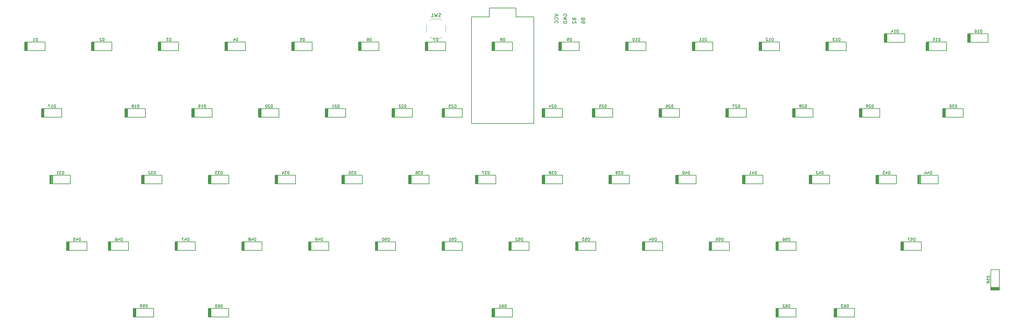
<source format=gbo>
G04 #@! TF.GenerationSoftware,KiCad,Pcbnew,5.1.8*
G04 #@! TF.CreationDate,2020-11-23T09:17:22-05:00*
G04 #@! TF.ProjectId,unix60pcb,756e6978-3630-4706-9362-2e6b69636164,rev?*
G04 #@! TF.SameCoordinates,Original*
G04 #@! TF.FileFunction,Legend,Bot*
G04 #@! TF.FilePolarity,Positive*
%FSLAX46Y46*%
G04 Gerber Fmt 4.6, Leading zero omitted, Abs format (unit mm)*
G04 Created by KiCad (PCBNEW 5.1.8) date 2020-11-23 09:17:22*
%MOMM*%
%LPD*%
G01*
G04 APERTURE LIST*
%ADD10C,0.150000*%
%ADD11C,0.200000*%
%ADD12C,0.120000*%
G04 APERTURE END LIST*
D10*
X177703171Y-4129138D02*
X177750790Y-4271995D01*
X177798409Y-4319614D01*
X177893647Y-4367233D01*
X178036504Y-4367233D01*
X178131742Y-4319614D01*
X178179361Y-4271995D01*
X178226980Y-4176757D01*
X178226980Y-3795804D01*
X177226980Y-3795804D01*
X177226980Y-4129138D01*
X177274600Y-4224376D01*
X177322219Y-4271995D01*
X177417457Y-4319614D01*
X177512695Y-4319614D01*
X177607933Y-4271995D01*
X177655552Y-4224376D01*
X177703171Y-4129138D01*
X177703171Y-3795804D01*
X177226980Y-5224376D02*
X177226980Y-5033900D01*
X177274600Y-4938661D01*
X177322219Y-4891042D01*
X177465076Y-4795804D01*
X177655552Y-4748185D01*
X178036504Y-4748185D01*
X178131742Y-4795804D01*
X178179361Y-4843423D01*
X178226980Y-4938661D01*
X178226980Y-5129138D01*
X178179361Y-5224376D01*
X178131742Y-5271995D01*
X178036504Y-5319614D01*
X177798409Y-5319614D01*
X177703171Y-5271995D01*
X177655552Y-5224376D01*
X177607933Y-5129138D01*
X177607933Y-4938661D01*
X177655552Y-4843423D01*
X177703171Y-4795804D01*
X177798409Y-4748185D01*
X175163171Y-4129138D02*
X175210790Y-4271995D01*
X175258409Y-4319614D01*
X175353647Y-4367233D01*
X175496504Y-4367233D01*
X175591742Y-4319614D01*
X175639361Y-4271995D01*
X175686980Y-4176757D01*
X175686980Y-3795804D01*
X174686980Y-3795804D01*
X174686980Y-4129138D01*
X174734600Y-4224376D01*
X174782219Y-4271995D01*
X174877457Y-4319614D01*
X174972695Y-4319614D01*
X175067933Y-4271995D01*
X175115552Y-4224376D01*
X175163171Y-4129138D01*
X175163171Y-3795804D01*
X174782219Y-4748185D02*
X174734600Y-4795804D01*
X174686980Y-4891042D01*
X174686980Y-5129138D01*
X174734600Y-5224376D01*
X174782219Y-5271995D01*
X174877457Y-5319614D01*
X174972695Y-5319614D01*
X175115552Y-5271995D01*
X175686980Y-4700566D01*
X175686980Y-5319614D01*
X172143800Y-3238095D02*
X172096180Y-3142857D01*
X172096180Y-3000000D01*
X172143800Y-2857142D01*
X172239038Y-2761904D01*
X172334276Y-2714285D01*
X172524752Y-2666666D01*
X172667609Y-2666666D01*
X172858085Y-2714285D01*
X172953323Y-2761904D01*
X173048561Y-2857142D01*
X173096180Y-3000000D01*
X173096180Y-3095238D01*
X173048561Y-3238095D01*
X173000942Y-3285714D01*
X172667609Y-3285714D01*
X172667609Y-3095238D01*
X173096180Y-3714285D02*
X172096180Y-3714285D01*
X173096180Y-4285714D01*
X172096180Y-4285714D01*
X173096180Y-4761904D02*
X172096180Y-4761904D01*
X172096180Y-5000000D01*
X172143800Y-5142857D01*
X172239038Y-5238095D01*
X172334276Y-5285714D01*
X172524752Y-5333333D01*
X172667609Y-5333333D01*
X172858085Y-5285714D01*
X172953323Y-5238095D01*
X173048561Y-5142857D01*
X173096180Y-5000000D01*
X173096180Y-4761904D01*
X169594280Y-2666666D02*
X170594280Y-3000000D01*
X169594280Y-3333333D01*
X170499042Y-4238095D02*
X170546661Y-4190476D01*
X170594280Y-4047619D01*
X170594280Y-3952380D01*
X170546661Y-3809523D01*
X170451423Y-3714285D01*
X170356185Y-3666666D01*
X170165709Y-3619047D01*
X170022852Y-3619047D01*
X169832376Y-3666666D01*
X169737138Y-3714285D01*
X169641900Y-3809523D01*
X169594280Y-3952380D01*
X169594280Y-4047619D01*
X169641900Y-4190476D01*
X169689519Y-4238095D01*
X170499042Y-5238095D02*
X170546661Y-5190476D01*
X170594280Y-5047619D01*
X170594280Y-4952380D01*
X170546661Y-4809523D01*
X170451423Y-4714285D01*
X170356185Y-4666666D01*
X170165709Y-4619047D01*
X170022852Y-4619047D01*
X169832376Y-4666666D01*
X169737138Y-4714285D01*
X169641900Y-4809523D01*
X169594280Y-4952380D01*
X169594280Y-5047619D01*
X169641900Y-5190476D01*
X169689519Y-5238095D01*
D11*
G04 #@! TO.C,D15*
X276331250Y-13106200D02*
X276331250Y-10706200D01*
X276156250Y-13106200D02*
X276156250Y-10706200D01*
X275981250Y-13106200D02*
X275981250Y-10706200D01*
X275581250Y-10706200D02*
X275581250Y-13106200D01*
X275806250Y-13106200D02*
X275806250Y-10706200D01*
X275681250Y-13106200D02*
X275681250Y-10706200D01*
X275606250Y-13106200D02*
X281406250Y-13106200D01*
X281406250Y-13106200D02*
X281406250Y-10706200D01*
X281406250Y-10706200D02*
X275606250Y-10706200D01*
G04 #@! TO.C,D1*
X24231200Y-10706200D02*
X18431200Y-10706200D01*
X24231200Y-13106200D02*
X24231200Y-10706200D01*
X18431200Y-13106200D02*
X24231200Y-13106200D01*
X18506200Y-13106200D02*
X18506200Y-10706200D01*
X18631200Y-13106200D02*
X18631200Y-10706200D01*
X18406200Y-10706200D02*
X18406200Y-13106200D01*
X18806200Y-13106200D02*
X18806200Y-10706200D01*
X18981200Y-13106200D02*
X18981200Y-10706200D01*
X19156200Y-13106200D02*
X19156200Y-10706200D01*
G04 #@! TO.C,D2*
X43281200Y-10706200D02*
X37481200Y-10706200D01*
X43281200Y-13106200D02*
X43281200Y-10706200D01*
X37481200Y-13106200D02*
X43281200Y-13106200D01*
X37556200Y-13106200D02*
X37556200Y-10706200D01*
X37681200Y-13106200D02*
X37681200Y-10706200D01*
X37456200Y-10706200D02*
X37456200Y-13106200D01*
X37856200Y-13106200D02*
X37856200Y-10706200D01*
X38031200Y-13106200D02*
X38031200Y-10706200D01*
X38206200Y-13106200D02*
X38206200Y-10706200D01*
G04 #@! TO.C,D3*
X62331200Y-10706200D02*
X56531200Y-10706200D01*
X62331200Y-13106200D02*
X62331200Y-10706200D01*
X56531200Y-13106200D02*
X62331200Y-13106200D01*
X56606200Y-13106200D02*
X56606200Y-10706200D01*
X56731200Y-13106200D02*
X56731200Y-10706200D01*
X56506200Y-10706200D02*
X56506200Y-13106200D01*
X56906200Y-13106200D02*
X56906200Y-10706200D01*
X57081200Y-13106200D02*
X57081200Y-10706200D01*
X57256200Y-13106200D02*
X57256200Y-10706200D01*
G04 #@! TO.C,D4*
X81381200Y-10706200D02*
X75581200Y-10706200D01*
X81381200Y-13106200D02*
X81381200Y-10706200D01*
X75581200Y-13106200D02*
X81381200Y-13106200D01*
X75656200Y-13106200D02*
X75656200Y-10706200D01*
X75781200Y-13106200D02*
X75781200Y-10706200D01*
X75556200Y-10706200D02*
X75556200Y-13106200D01*
X75956200Y-13106200D02*
X75956200Y-10706200D01*
X76131200Y-13106200D02*
X76131200Y-10706200D01*
X76306200Y-13106200D02*
X76306200Y-10706200D01*
G04 #@! TO.C,D5*
X100431200Y-10706200D02*
X94631200Y-10706200D01*
X100431200Y-13106200D02*
X100431200Y-10706200D01*
X94631200Y-13106200D02*
X100431200Y-13106200D01*
X94706200Y-13106200D02*
X94706200Y-10706200D01*
X94831200Y-13106200D02*
X94831200Y-10706200D01*
X94606200Y-10706200D02*
X94606200Y-13106200D01*
X95006200Y-13106200D02*
X95006200Y-10706200D01*
X95181200Y-13106200D02*
X95181200Y-10706200D01*
X95356200Y-13106200D02*
X95356200Y-10706200D01*
G04 #@! TO.C,D6*
X114406000Y-13106200D02*
X114406000Y-10706200D01*
X114231000Y-13106200D02*
X114231000Y-10706200D01*
X114056000Y-13106200D02*
X114056000Y-10706200D01*
X113656000Y-10706200D02*
X113656000Y-13106200D01*
X113881000Y-13106200D02*
X113881000Y-10706200D01*
X113756000Y-13106200D02*
X113756000Y-10706200D01*
X113681000Y-13106200D02*
X119481000Y-13106200D01*
X119481000Y-13106200D02*
X119481000Y-10706200D01*
X119481000Y-10706200D02*
X113681000Y-10706200D01*
G04 #@! TO.C,D7*
X133456000Y-13106200D02*
X133456000Y-10706200D01*
X133281000Y-13106200D02*
X133281000Y-10706200D01*
X133106000Y-13106200D02*
X133106000Y-10706200D01*
X132706000Y-10706200D02*
X132706000Y-13106200D01*
X132931000Y-13106200D02*
X132931000Y-10706200D01*
X132806000Y-13106200D02*
X132806000Y-10706200D01*
X132731000Y-13106200D02*
X138531000Y-13106200D01*
X138531000Y-13106200D02*
X138531000Y-10706200D01*
X138531000Y-10706200D02*
X132731000Y-10706200D01*
G04 #@! TO.C,D8*
X152506000Y-13106200D02*
X152506000Y-10706200D01*
X152331000Y-13106200D02*
X152331000Y-10706200D01*
X152156000Y-13106200D02*
X152156000Y-10706200D01*
X151756000Y-10706200D02*
X151756000Y-13106200D01*
X151981000Y-13106200D02*
X151981000Y-10706200D01*
X151856000Y-13106200D02*
X151856000Y-10706200D01*
X151781000Y-13106200D02*
X157581000Y-13106200D01*
X157581000Y-13106200D02*
X157581000Y-10706200D01*
X157581000Y-10706200D02*
X151781000Y-10706200D01*
G04 #@! TO.C,D9*
X176631000Y-10706200D02*
X170831000Y-10706200D01*
X176631000Y-13106200D02*
X176631000Y-10706200D01*
X170831000Y-13106200D02*
X176631000Y-13106200D01*
X170906000Y-13106200D02*
X170906000Y-10706200D01*
X171031000Y-13106200D02*
X171031000Y-10706200D01*
X170806000Y-10706200D02*
X170806000Y-13106200D01*
X171206000Y-13106200D02*
X171206000Y-10706200D01*
X171381000Y-13106200D02*
X171381000Y-10706200D01*
X171556000Y-13106200D02*
X171556000Y-10706200D01*
G04 #@! TO.C,D10*
X195681000Y-10706200D02*
X189881000Y-10706200D01*
X195681000Y-13106200D02*
X195681000Y-10706200D01*
X189881000Y-13106200D02*
X195681000Y-13106200D01*
X189956000Y-13106200D02*
X189956000Y-10706200D01*
X190081000Y-13106200D02*
X190081000Y-10706200D01*
X189856000Y-10706200D02*
X189856000Y-13106200D01*
X190256000Y-13106200D02*
X190256000Y-10706200D01*
X190431000Y-13106200D02*
X190431000Y-10706200D01*
X190606000Y-13106200D02*
X190606000Y-10706200D01*
G04 #@! TO.C,D11*
X214731000Y-10706200D02*
X208931000Y-10706200D01*
X214731000Y-13106200D02*
X214731000Y-10706200D01*
X208931000Y-13106200D02*
X214731000Y-13106200D01*
X209006000Y-13106200D02*
X209006000Y-10706200D01*
X209131000Y-13106200D02*
X209131000Y-10706200D01*
X208906000Y-10706200D02*
X208906000Y-13106200D01*
X209306000Y-13106200D02*
X209306000Y-10706200D01*
X209481000Y-13106200D02*
X209481000Y-10706200D01*
X209656000Y-13106200D02*
X209656000Y-10706200D01*
G04 #@! TO.C,D12*
X233781000Y-10706200D02*
X227981000Y-10706200D01*
X233781000Y-13106200D02*
X233781000Y-10706200D01*
X227981000Y-13106200D02*
X233781000Y-13106200D01*
X228056000Y-13106200D02*
X228056000Y-10706200D01*
X228181000Y-13106200D02*
X228181000Y-10706200D01*
X227956000Y-10706200D02*
X227956000Y-13106200D01*
X228356000Y-13106200D02*
X228356000Y-10706200D01*
X228531000Y-13106200D02*
X228531000Y-10706200D01*
X228706000Y-13106200D02*
X228706000Y-10706200D01*
G04 #@! TO.C,D13*
X252831000Y-10706200D02*
X247031000Y-10706200D01*
X252831000Y-13106200D02*
X252831000Y-10706200D01*
X247031000Y-13106200D02*
X252831000Y-13106200D01*
X247106000Y-13106200D02*
X247106000Y-10706200D01*
X247231000Y-13106200D02*
X247231000Y-10706200D01*
X247006000Y-10706200D02*
X247006000Y-13106200D01*
X247406000Y-13106200D02*
X247406000Y-10706200D01*
X247581000Y-13106200D02*
X247581000Y-10706200D01*
X247756000Y-13106200D02*
X247756000Y-10706200D01*
G04 #@! TO.C,D14*
X269500000Y-8325000D02*
X263700000Y-8325000D01*
X269500000Y-10725000D02*
X269500000Y-8325000D01*
X263700000Y-10725000D02*
X269500000Y-10725000D01*
X263775000Y-10725000D02*
X263775000Y-8325000D01*
X263900000Y-10725000D02*
X263900000Y-8325000D01*
X263675000Y-8325000D02*
X263675000Y-10725000D01*
X264075000Y-10725000D02*
X264075000Y-8325000D01*
X264250000Y-10725000D02*
X264250000Y-8325000D01*
X264425000Y-10725000D02*
X264425000Y-8325000D01*
G04 #@! TO.C,D16*
X288237500Y-10725000D02*
X288237500Y-8325000D01*
X288062500Y-10725000D02*
X288062500Y-8325000D01*
X287887500Y-10725000D02*
X287887500Y-8325000D01*
X287487500Y-8325000D02*
X287487500Y-10725000D01*
X287712500Y-10725000D02*
X287712500Y-8325000D01*
X287587500Y-10725000D02*
X287587500Y-8325000D01*
X287512500Y-10725000D02*
X293312500Y-10725000D01*
X293312500Y-10725000D02*
X293312500Y-8325000D01*
X293312500Y-8325000D02*
X287512500Y-8325000D01*
G04 #@! TO.C,D17*
X23918800Y-32156200D02*
X23918800Y-29756200D01*
X23743800Y-32156200D02*
X23743800Y-29756200D01*
X23568800Y-32156200D02*
X23568800Y-29756200D01*
X23168800Y-29756200D02*
X23168800Y-32156200D01*
X23393800Y-32156200D02*
X23393800Y-29756200D01*
X23268800Y-32156200D02*
X23268800Y-29756200D01*
X23193800Y-32156200D02*
X28993800Y-32156200D01*
X28993800Y-32156200D02*
X28993800Y-29756200D01*
X28993800Y-29756200D02*
X23193800Y-29756200D01*
G04 #@! TO.C,D18*
X47731200Y-32156200D02*
X47731200Y-29756200D01*
X47556200Y-32156200D02*
X47556200Y-29756200D01*
X47381200Y-32156200D02*
X47381200Y-29756200D01*
X46981200Y-29756200D02*
X46981200Y-32156200D01*
X47206200Y-32156200D02*
X47206200Y-29756200D01*
X47081200Y-32156200D02*
X47081200Y-29756200D01*
X47006200Y-32156200D02*
X52806200Y-32156200D01*
X52806200Y-32156200D02*
X52806200Y-29756200D01*
X52806200Y-29756200D02*
X47006200Y-29756200D01*
G04 #@! TO.C,D19*
X66781200Y-32156200D02*
X66781200Y-29756200D01*
X66606200Y-32156200D02*
X66606200Y-29756200D01*
X66431200Y-32156200D02*
X66431200Y-29756200D01*
X66031200Y-29756200D02*
X66031200Y-32156200D01*
X66256200Y-32156200D02*
X66256200Y-29756200D01*
X66131200Y-32156200D02*
X66131200Y-29756200D01*
X66056200Y-32156200D02*
X71856200Y-32156200D01*
X71856200Y-32156200D02*
X71856200Y-29756200D01*
X71856200Y-29756200D02*
X66056200Y-29756200D01*
G04 #@! TO.C,D20*
X85831200Y-32156200D02*
X85831200Y-29756200D01*
X85656200Y-32156200D02*
X85656200Y-29756200D01*
X85481200Y-32156200D02*
X85481200Y-29756200D01*
X85081200Y-29756200D02*
X85081200Y-32156200D01*
X85306200Y-32156200D02*
X85306200Y-29756200D01*
X85181200Y-32156200D02*
X85181200Y-29756200D01*
X85106200Y-32156200D02*
X90906200Y-32156200D01*
X90906200Y-32156200D02*
X90906200Y-29756200D01*
X90906200Y-29756200D02*
X85106200Y-29756200D01*
G04 #@! TO.C,D21*
X104881000Y-32156200D02*
X104881000Y-29756200D01*
X104706000Y-32156200D02*
X104706000Y-29756200D01*
X104531000Y-32156200D02*
X104531000Y-29756200D01*
X104131000Y-29756200D02*
X104131000Y-32156200D01*
X104356000Y-32156200D02*
X104356000Y-29756200D01*
X104231000Y-32156200D02*
X104231000Y-29756200D01*
X104156000Y-32156200D02*
X109956000Y-32156200D01*
X109956000Y-32156200D02*
X109956000Y-29756200D01*
X109956000Y-29756200D02*
X104156000Y-29756200D01*
G04 #@! TO.C,D22*
X123931000Y-32156200D02*
X123931000Y-29756200D01*
X123756000Y-32156200D02*
X123756000Y-29756200D01*
X123581000Y-32156200D02*
X123581000Y-29756200D01*
X123181000Y-29756200D02*
X123181000Y-32156200D01*
X123406000Y-32156200D02*
X123406000Y-29756200D01*
X123281000Y-32156200D02*
X123281000Y-29756200D01*
X123206000Y-32156200D02*
X129006000Y-32156200D01*
X129006000Y-32156200D02*
X129006000Y-29756200D01*
X129006000Y-29756200D02*
X123206000Y-29756200D01*
G04 #@! TO.C,D23*
X143294000Y-29756200D02*
X137494000Y-29756200D01*
X143294000Y-32156200D02*
X143294000Y-29756200D01*
X137494000Y-32156200D02*
X143294000Y-32156200D01*
X137569000Y-32156200D02*
X137569000Y-29756200D01*
X137694000Y-32156200D02*
X137694000Y-29756200D01*
X137469000Y-29756200D02*
X137469000Y-32156200D01*
X137869000Y-32156200D02*
X137869000Y-29756200D01*
X138044000Y-32156200D02*
X138044000Y-29756200D01*
X138219000Y-32156200D02*
X138219000Y-29756200D01*
G04 #@! TO.C,D24*
X171869000Y-29756200D02*
X166069000Y-29756200D01*
X171869000Y-32156200D02*
X171869000Y-29756200D01*
X166069000Y-32156200D02*
X171869000Y-32156200D01*
X166144000Y-32156200D02*
X166144000Y-29756200D01*
X166269000Y-32156200D02*
X166269000Y-29756200D01*
X166044000Y-29756200D02*
X166044000Y-32156200D01*
X166444000Y-32156200D02*
X166444000Y-29756200D01*
X166619000Y-32156200D02*
X166619000Y-29756200D01*
X166794000Y-32156200D02*
X166794000Y-29756200D01*
G04 #@! TO.C,D25*
X186156000Y-29756200D02*
X180356000Y-29756200D01*
X186156000Y-32156200D02*
X186156000Y-29756200D01*
X180356000Y-32156200D02*
X186156000Y-32156200D01*
X180431000Y-32156200D02*
X180431000Y-29756200D01*
X180556000Y-32156200D02*
X180556000Y-29756200D01*
X180331000Y-29756200D02*
X180331000Y-32156200D01*
X180731000Y-32156200D02*
X180731000Y-29756200D01*
X180906000Y-32156200D02*
X180906000Y-29756200D01*
X181081000Y-32156200D02*
X181081000Y-29756200D01*
G04 #@! TO.C,D26*
X205206000Y-29756200D02*
X199406000Y-29756200D01*
X205206000Y-32156200D02*
X205206000Y-29756200D01*
X199406000Y-32156200D02*
X205206000Y-32156200D01*
X199481000Y-32156200D02*
X199481000Y-29756200D01*
X199606000Y-32156200D02*
X199606000Y-29756200D01*
X199381000Y-29756200D02*
X199381000Y-32156200D01*
X199781000Y-32156200D02*
X199781000Y-29756200D01*
X199956000Y-32156200D02*
X199956000Y-29756200D01*
X200131000Y-32156200D02*
X200131000Y-29756200D01*
G04 #@! TO.C,D27*
X224256000Y-29756200D02*
X218456000Y-29756200D01*
X224256000Y-32156200D02*
X224256000Y-29756200D01*
X218456000Y-32156200D02*
X224256000Y-32156200D01*
X218531000Y-32156200D02*
X218531000Y-29756200D01*
X218656000Y-32156200D02*
X218656000Y-29756200D01*
X218431000Y-29756200D02*
X218431000Y-32156200D01*
X218831000Y-32156200D02*
X218831000Y-29756200D01*
X219006000Y-32156200D02*
X219006000Y-29756200D01*
X219181000Y-32156200D02*
X219181000Y-29756200D01*
G04 #@! TO.C,D28*
X243306000Y-29756200D02*
X237506000Y-29756200D01*
X243306000Y-32156200D02*
X243306000Y-29756200D01*
X237506000Y-32156200D02*
X243306000Y-32156200D01*
X237581000Y-32156200D02*
X237581000Y-29756200D01*
X237706000Y-32156200D02*
X237706000Y-29756200D01*
X237481000Y-29756200D02*
X237481000Y-32156200D01*
X237881000Y-32156200D02*
X237881000Y-29756200D01*
X238056000Y-32156200D02*
X238056000Y-29756200D01*
X238231000Y-32156200D02*
X238231000Y-29756200D01*
G04 #@! TO.C,D29*
X262356000Y-29756200D02*
X256556000Y-29756200D01*
X262356000Y-32156200D02*
X262356000Y-29756200D01*
X256556000Y-32156200D02*
X262356000Y-32156200D01*
X256631000Y-32156200D02*
X256631000Y-29756200D01*
X256756000Y-32156200D02*
X256756000Y-29756200D01*
X256531000Y-29756200D02*
X256531000Y-32156200D01*
X256931000Y-32156200D02*
X256931000Y-29756200D01*
X257106000Y-32156200D02*
X257106000Y-29756200D01*
X257281000Y-32156200D02*
X257281000Y-29756200D01*
G04 #@! TO.C,D30*
X281094000Y-32156200D02*
X281094000Y-29756200D01*
X280919000Y-32156200D02*
X280919000Y-29756200D01*
X280744000Y-32156200D02*
X280744000Y-29756200D01*
X280344000Y-29756200D02*
X280344000Y-32156200D01*
X280569000Y-32156200D02*
X280569000Y-29756200D01*
X280444000Y-32156200D02*
X280444000Y-29756200D01*
X280369000Y-32156200D02*
X286169000Y-32156200D01*
X286169000Y-32156200D02*
X286169000Y-29756200D01*
X286169000Y-29756200D02*
X280369000Y-29756200D01*
G04 #@! TO.C,D31*
X26300000Y-51206200D02*
X26300000Y-48806200D01*
X26125000Y-51206200D02*
X26125000Y-48806200D01*
X25950000Y-51206200D02*
X25950000Y-48806200D01*
X25550000Y-48806200D02*
X25550000Y-51206200D01*
X25775000Y-51206200D02*
X25775000Y-48806200D01*
X25650000Y-51206200D02*
X25650000Y-48806200D01*
X25575000Y-51206200D02*
X31375000Y-51206200D01*
X31375000Y-51206200D02*
X31375000Y-48806200D01*
X31375000Y-48806200D02*
X25575000Y-48806200D01*
G04 #@! TO.C,D32*
X57568800Y-48806200D02*
X51768800Y-48806200D01*
X57568800Y-51206200D02*
X57568800Y-48806200D01*
X51768800Y-51206200D02*
X57568800Y-51206200D01*
X51843800Y-51206200D02*
X51843800Y-48806200D01*
X51968800Y-51206200D02*
X51968800Y-48806200D01*
X51743800Y-48806200D02*
X51743800Y-51206200D01*
X52143800Y-51206200D02*
X52143800Y-48806200D01*
X52318800Y-51206200D02*
X52318800Y-48806200D01*
X52493800Y-51206200D02*
X52493800Y-48806200D01*
G04 #@! TO.C,D33*
X76618800Y-48806200D02*
X70818800Y-48806200D01*
X76618800Y-51206200D02*
X76618800Y-48806200D01*
X70818800Y-51206200D02*
X76618800Y-51206200D01*
X70893800Y-51206200D02*
X70893800Y-48806200D01*
X71018800Y-51206200D02*
X71018800Y-48806200D01*
X70793800Y-48806200D02*
X70793800Y-51206200D01*
X71193800Y-51206200D02*
X71193800Y-48806200D01*
X71368800Y-51206200D02*
X71368800Y-48806200D01*
X71543800Y-51206200D02*
X71543800Y-48806200D01*
G04 #@! TO.C,D34*
X90593800Y-51206200D02*
X90593800Y-48806200D01*
X90418800Y-51206200D02*
X90418800Y-48806200D01*
X90243800Y-51206200D02*
X90243800Y-48806200D01*
X89843800Y-48806200D02*
X89843800Y-51206200D01*
X90068800Y-51206200D02*
X90068800Y-48806200D01*
X89943800Y-51206200D02*
X89943800Y-48806200D01*
X89868800Y-51206200D02*
X95668800Y-51206200D01*
X95668800Y-51206200D02*
X95668800Y-48806200D01*
X95668800Y-48806200D02*
X89868800Y-48806200D01*
G04 #@! TO.C,D35*
X109644000Y-51206200D02*
X109644000Y-48806200D01*
X109469000Y-51206200D02*
X109469000Y-48806200D01*
X109294000Y-51206200D02*
X109294000Y-48806200D01*
X108894000Y-48806200D02*
X108894000Y-51206200D01*
X109119000Y-51206200D02*
X109119000Y-48806200D01*
X108994000Y-51206200D02*
X108994000Y-48806200D01*
X108919000Y-51206200D02*
X114719000Y-51206200D01*
X114719000Y-51206200D02*
X114719000Y-48806200D01*
X114719000Y-48806200D02*
X108919000Y-48806200D01*
G04 #@! TO.C,D36*
X133769000Y-48806200D02*
X127969000Y-48806200D01*
X133769000Y-51206200D02*
X133769000Y-48806200D01*
X127969000Y-51206200D02*
X133769000Y-51206200D01*
X128044000Y-51206200D02*
X128044000Y-48806200D01*
X128169000Y-51206200D02*
X128169000Y-48806200D01*
X127944000Y-48806200D02*
X127944000Y-51206200D01*
X128344000Y-51206200D02*
X128344000Y-48806200D01*
X128519000Y-51206200D02*
X128519000Y-48806200D01*
X128694000Y-51206200D02*
X128694000Y-48806200D01*
G04 #@! TO.C,D37*
X147744000Y-51206200D02*
X147744000Y-48806200D01*
X147569000Y-51206200D02*
X147569000Y-48806200D01*
X147394000Y-51206200D02*
X147394000Y-48806200D01*
X146994000Y-48806200D02*
X146994000Y-51206200D01*
X147219000Y-51206200D02*
X147219000Y-48806200D01*
X147094000Y-51206200D02*
X147094000Y-48806200D01*
X147019000Y-51206200D02*
X152819000Y-51206200D01*
X152819000Y-51206200D02*
X152819000Y-48806200D01*
X152819000Y-48806200D02*
X147019000Y-48806200D01*
G04 #@! TO.C,D38*
X166794000Y-51206200D02*
X166794000Y-48806200D01*
X166619000Y-51206200D02*
X166619000Y-48806200D01*
X166444000Y-51206200D02*
X166444000Y-48806200D01*
X166044000Y-48806200D02*
X166044000Y-51206200D01*
X166269000Y-51206200D02*
X166269000Y-48806200D01*
X166144000Y-51206200D02*
X166144000Y-48806200D01*
X166069000Y-51206200D02*
X171869000Y-51206200D01*
X171869000Y-51206200D02*
X171869000Y-48806200D01*
X171869000Y-48806200D02*
X166069000Y-48806200D01*
G04 #@! TO.C,D39*
X185844000Y-51206200D02*
X185844000Y-48806200D01*
X185669000Y-51206200D02*
X185669000Y-48806200D01*
X185494000Y-51206200D02*
X185494000Y-48806200D01*
X185094000Y-48806200D02*
X185094000Y-51206200D01*
X185319000Y-51206200D02*
X185319000Y-48806200D01*
X185194000Y-51206200D02*
X185194000Y-48806200D01*
X185119000Y-51206200D02*
X190919000Y-51206200D01*
X190919000Y-51206200D02*
X190919000Y-48806200D01*
X190919000Y-48806200D02*
X185119000Y-48806200D01*
G04 #@! TO.C,D40*
X204894000Y-51206200D02*
X204894000Y-48806200D01*
X204719000Y-51206200D02*
X204719000Y-48806200D01*
X204544000Y-51206200D02*
X204544000Y-48806200D01*
X204144000Y-48806200D02*
X204144000Y-51206200D01*
X204369000Y-51206200D02*
X204369000Y-48806200D01*
X204244000Y-51206200D02*
X204244000Y-48806200D01*
X204169000Y-51206200D02*
X209969000Y-51206200D01*
X209969000Y-51206200D02*
X209969000Y-48806200D01*
X209969000Y-48806200D02*
X204169000Y-48806200D01*
G04 #@! TO.C,D41*
X223944000Y-51206200D02*
X223944000Y-48806200D01*
X223769000Y-51206200D02*
X223769000Y-48806200D01*
X223594000Y-51206200D02*
X223594000Y-48806200D01*
X223194000Y-48806200D02*
X223194000Y-51206200D01*
X223419000Y-51206200D02*
X223419000Y-48806200D01*
X223294000Y-51206200D02*
X223294000Y-48806200D01*
X223219000Y-51206200D02*
X229019000Y-51206200D01*
X229019000Y-51206200D02*
X229019000Y-48806200D01*
X229019000Y-48806200D02*
X223219000Y-48806200D01*
G04 #@! TO.C,D42*
X248069000Y-48806200D02*
X242269000Y-48806200D01*
X248069000Y-51206200D02*
X248069000Y-48806200D01*
X242269000Y-51206200D02*
X248069000Y-51206200D01*
X242344000Y-51206200D02*
X242344000Y-48806200D01*
X242469000Y-51206200D02*
X242469000Y-48806200D01*
X242244000Y-48806200D02*
X242244000Y-51206200D01*
X242644000Y-51206200D02*
X242644000Y-48806200D01*
X242819000Y-51206200D02*
X242819000Y-48806200D01*
X242994000Y-51206200D02*
X242994000Y-48806200D01*
G04 #@! TO.C,D43*
X267119000Y-48806200D02*
X261319000Y-48806200D01*
X267119000Y-51206200D02*
X267119000Y-48806200D01*
X261319000Y-51206200D02*
X267119000Y-51206200D01*
X261394000Y-51206200D02*
X261394000Y-48806200D01*
X261519000Y-51206200D02*
X261519000Y-48806200D01*
X261294000Y-48806200D02*
X261294000Y-51206200D01*
X261694000Y-51206200D02*
X261694000Y-48806200D01*
X261869000Y-51206200D02*
X261869000Y-48806200D01*
X262044000Y-51206200D02*
X262044000Y-48806200D01*
G04 #@! TO.C,D44*
X279025000Y-48806200D02*
X273225000Y-48806200D01*
X279025000Y-51206200D02*
X279025000Y-48806200D01*
X273225000Y-51206200D02*
X279025000Y-51206200D01*
X273300000Y-51206200D02*
X273300000Y-48806200D01*
X273425000Y-51206200D02*
X273425000Y-48806200D01*
X273200000Y-48806200D02*
X273200000Y-51206200D01*
X273600000Y-51206200D02*
X273600000Y-48806200D01*
X273775000Y-51206200D02*
X273775000Y-48806200D01*
X273950000Y-51206200D02*
X273950000Y-48806200D01*
G04 #@! TO.C,D45*
X36137500Y-67856200D02*
X30337500Y-67856200D01*
X36137500Y-70256200D02*
X36137500Y-67856200D01*
X30337500Y-70256200D02*
X36137500Y-70256200D01*
X30412500Y-70256200D02*
X30412500Y-67856200D01*
X30537500Y-70256200D02*
X30537500Y-67856200D01*
X30312500Y-67856200D02*
X30312500Y-70256200D01*
X30712500Y-70256200D02*
X30712500Y-67856200D01*
X30887500Y-70256200D02*
X30887500Y-67856200D01*
X31062500Y-70256200D02*
X31062500Y-67856200D01*
G04 #@! TO.C,D46*
X48043800Y-67856200D02*
X42243800Y-67856200D01*
X48043800Y-70256200D02*
X48043800Y-67856200D01*
X42243800Y-70256200D02*
X48043800Y-70256200D01*
X42318800Y-70256200D02*
X42318800Y-67856200D01*
X42443800Y-70256200D02*
X42443800Y-67856200D01*
X42218800Y-67856200D02*
X42218800Y-70256200D01*
X42618800Y-70256200D02*
X42618800Y-67856200D01*
X42793800Y-70256200D02*
X42793800Y-67856200D01*
X42968800Y-70256200D02*
X42968800Y-67856200D01*
G04 #@! TO.C,D47*
X67093800Y-67856200D02*
X61293800Y-67856200D01*
X67093800Y-70256200D02*
X67093800Y-67856200D01*
X61293800Y-70256200D02*
X67093800Y-70256200D01*
X61368800Y-70256200D02*
X61368800Y-67856200D01*
X61493800Y-70256200D02*
X61493800Y-67856200D01*
X61268800Y-67856200D02*
X61268800Y-70256200D01*
X61668800Y-70256200D02*
X61668800Y-67856200D01*
X61843800Y-70256200D02*
X61843800Y-67856200D01*
X62018800Y-70256200D02*
X62018800Y-67856200D01*
G04 #@! TO.C,D48*
X81068800Y-70256200D02*
X81068800Y-67856200D01*
X80893800Y-70256200D02*
X80893800Y-67856200D01*
X80718800Y-70256200D02*
X80718800Y-67856200D01*
X80318800Y-67856200D02*
X80318800Y-70256200D01*
X80543800Y-70256200D02*
X80543800Y-67856200D01*
X80418800Y-70256200D02*
X80418800Y-67856200D01*
X80343800Y-70256200D02*
X86143800Y-70256200D01*
X86143800Y-70256200D02*
X86143800Y-67856200D01*
X86143800Y-67856200D02*
X80343800Y-67856200D01*
G04 #@! TO.C,D49*
X100119000Y-70256200D02*
X100119000Y-67856200D01*
X99944000Y-70256200D02*
X99944000Y-67856200D01*
X99769000Y-70256200D02*
X99769000Y-67856200D01*
X99369000Y-67856200D02*
X99369000Y-70256200D01*
X99594000Y-70256200D02*
X99594000Y-67856200D01*
X99469000Y-70256200D02*
X99469000Y-67856200D01*
X99394000Y-70256200D02*
X105194000Y-70256200D01*
X105194000Y-70256200D02*
X105194000Y-67856200D01*
X105194000Y-67856200D02*
X99394000Y-67856200D01*
G04 #@! TO.C,D50*
X119169000Y-70256200D02*
X119169000Y-67856200D01*
X118994000Y-70256200D02*
X118994000Y-67856200D01*
X118819000Y-70256200D02*
X118819000Y-67856200D01*
X118419000Y-67856200D02*
X118419000Y-70256200D01*
X118644000Y-70256200D02*
X118644000Y-67856200D01*
X118519000Y-70256200D02*
X118519000Y-67856200D01*
X118444000Y-70256200D02*
X124244000Y-70256200D01*
X124244000Y-70256200D02*
X124244000Y-67856200D01*
X124244000Y-67856200D02*
X118444000Y-67856200D01*
G04 #@! TO.C,D51*
X138219000Y-70256200D02*
X138219000Y-67856200D01*
X138044000Y-70256200D02*
X138044000Y-67856200D01*
X137869000Y-70256200D02*
X137869000Y-67856200D01*
X137469000Y-67856200D02*
X137469000Y-70256200D01*
X137694000Y-70256200D02*
X137694000Y-67856200D01*
X137569000Y-70256200D02*
X137569000Y-67856200D01*
X137494000Y-70256200D02*
X143294000Y-70256200D01*
X143294000Y-70256200D02*
X143294000Y-67856200D01*
X143294000Y-67856200D02*
X137494000Y-67856200D01*
G04 #@! TO.C,D52*
X157269000Y-70256200D02*
X157269000Y-67856200D01*
X157094000Y-70256200D02*
X157094000Y-67856200D01*
X156919000Y-70256200D02*
X156919000Y-67856200D01*
X156519000Y-67856200D02*
X156519000Y-70256200D01*
X156744000Y-70256200D02*
X156744000Y-67856200D01*
X156619000Y-70256200D02*
X156619000Y-67856200D01*
X156544000Y-70256200D02*
X162344000Y-70256200D01*
X162344000Y-70256200D02*
X162344000Y-67856200D01*
X162344000Y-67856200D02*
X156544000Y-67856200D01*
G04 #@! TO.C,D53*
X176319000Y-70256200D02*
X176319000Y-67856200D01*
X176144000Y-70256200D02*
X176144000Y-67856200D01*
X175969000Y-70256200D02*
X175969000Y-67856200D01*
X175569000Y-67856200D02*
X175569000Y-70256200D01*
X175794000Y-70256200D02*
X175794000Y-67856200D01*
X175669000Y-70256200D02*
X175669000Y-67856200D01*
X175594000Y-70256200D02*
X181394000Y-70256200D01*
X181394000Y-70256200D02*
X181394000Y-67856200D01*
X181394000Y-67856200D02*
X175594000Y-67856200D01*
G04 #@! TO.C,D54*
X195369000Y-70256200D02*
X195369000Y-67856200D01*
X195194000Y-70256200D02*
X195194000Y-67856200D01*
X195019000Y-70256200D02*
X195019000Y-67856200D01*
X194619000Y-67856200D02*
X194619000Y-70256200D01*
X194844000Y-70256200D02*
X194844000Y-67856200D01*
X194719000Y-70256200D02*
X194719000Y-67856200D01*
X194644000Y-70256200D02*
X200444000Y-70256200D01*
X200444000Y-70256200D02*
X200444000Y-67856200D01*
X200444000Y-67856200D02*
X194644000Y-67856200D01*
G04 #@! TO.C,D55*
X214419000Y-70256200D02*
X214419000Y-67856200D01*
X214244000Y-70256200D02*
X214244000Y-67856200D01*
X214069000Y-70256200D02*
X214069000Y-67856200D01*
X213669000Y-67856200D02*
X213669000Y-70256200D01*
X213894000Y-70256200D02*
X213894000Y-67856200D01*
X213769000Y-70256200D02*
X213769000Y-67856200D01*
X213694000Y-70256200D02*
X219494000Y-70256200D01*
X219494000Y-70256200D02*
X219494000Y-67856200D01*
X219494000Y-67856200D02*
X213694000Y-67856200D01*
G04 #@! TO.C,D56*
X238544000Y-67856200D02*
X232744000Y-67856200D01*
X238544000Y-70256200D02*
X238544000Y-67856200D01*
X232744000Y-70256200D02*
X238544000Y-70256200D01*
X232819000Y-70256200D02*
X232819000Y-67856200D01*
X232944000Y-70256200D02*
X232944000Y-67856200D01*
X232719000Y-67856200D02*
X232719000Y-70256200D01*
X233119000Y-70256200D02*
X233119000Y-67856200D01*
X233294000Y-70256200D02*
X233294000Y-67856200D01*
X233469000Y-70256200D02*
X233469000Y-67856200D01*
G04 #@! TO.C,D57*
X274262000Y-67856200D02*
X268462000Y-67856200D01*
X274262000Y-70256200D02*
X274262000Y-67856200D01*
X268462000Y-70256200D02*
X274262000Y-70256200D01*
X268537000Y-70256200D02*
X268537000Y-67856200D01*
X268662000Y-70256200D02*
X268662000Y-67856200D01*
X268437000Y-67856200D02*
X268437000Y-70256200D01*
X268837000Y-70256200D02*
X268837000Y-67856200D01*
X269012000Y-70256200D02*
X269012000Y-67856200D01*
X269187000Y-70256200D02*
X269187000Y-67856200D01*
G04 #@! TO.C,D58*
X294075000Y-75781200D02*
X294075000Y-81581200D01*
X296475000Y-75781200D02*
X294075000Y-75781200D01*
X296475000Y-81581200D02*
X296475000Y-75781200D01*
X296475000Y-81506200D02*
X294075000Y-81506200D01*
X296475000Y-81381200D02*
X294075000Y-81381200D01*
X294075000Y-81606200D02*
X296475000Y-81606200D01*
X296475000Y-81206200D02*
X294075000Y-81206200D01*
X296475000Y-81031200D02*
X294075000Y-81031200D01*
X296475000Y-80856200D02*
X294075000Y-80856200D01*
G04 #@! TO.C,D59*
X55187500Y-86906200D02*
X49387500Y-86906200D01*
X55187500Y-89306200D02*
X55187500Y-86906200D01*
X49387500Y-89306200D02*
X55187500Y-89306200D01*
X49462500Y-89306200D02*
X49462500Y-86906200D01*
X49587500Y-89306200D02*
X49587500Y-86906200D01*
X49362500Y-86906200D02*
X49362500Y-89306200D01*
X49762500Y-89306200D02*
X49762500Y-86906200D01*
X49937500Y-89306200D02*
X49937500Y-86906200D01*
X50112500Y-89306200D02*
X50112500Y-86906200D01*
G04 #@! TO.C,D60*
X71543800Y-89306200D02*
X71543800Y-86906200D01*
X71368800Y-89306200D02*
X71368800Y-86906200D01*
X71193800Y-89306200D02*
X71193800Y-86906200D01*
X70793800Y-86906200D02*
X70793800Y-89306200D01*
X71018800Y-89306200D02*
X71018800Y-86906200D01*
X70893800Y-89306200D02*
X70893800Y-86906200D01*
X70818800Y-89306200D02*
X76618800Y-89306200D01*
X76618800Y-89306200D02*
X76618800Y-86906200D01*
X76618800Y-86906200D02*
X70818800Y-86906200D01*
G04 #@! TO.C,D61*
X152506000Y-89306200D02*
X152506000Y-86906200D01*
X152331000Y-89306200D02*
X152331000Y-86906200D01*
X152156000Y-89306200D02*
X152156000Y-86906200D01*
X151756000Y-86906200D02*
X151756000Y-89306200D01*
X151981000Y-89306200D02*
X151981000Y-86906200D01*
X151856000Y-89306200D02*
X151856000Y-86906200D01*
X151781000Y-89306200D02*
X157581000Y-89306200D01*
X157581000Y-89306200D02*
X157581000Y-86906200D01*
X157581000Y-86906200D02*
X151781000Y-86906200D01*
G04 #@! TO.C,D62*
X233469000Y-89306200D02*
X233469000Y-86906200D01*
X233294000Y-89306200D02*
X233294000Y-86906200D01*
X233119000Y-89306200D02*
X233119000Y-86906200D01*
X232719000Y-86906200D02*
X232719000Y-89306200D01*
X232944000Y-89306200D02*
X232944000Y-86906200D01*
X232819000Y-89306200D02*
X232819000Y-86906200D01*
X232744000Y-89306200D02*
X238544000Y-89306200D01*
X238544000Y-89306200D02*
X238544000Y-86906200D01*
X238544000Y-86906200D02*
X232744000Y-86906200D01*
G04 #@! TO.C,D63*
X250137000Y-89306200D02*
X250137000Y-86906200D01*
X249962000Y-89306200D02*
X249962000Y-86906200D01*
X249787000Y-89306200D02*
X249787000Y-86906200D01*
X249387000Y-86906200D02*
X249387000Y-89306200D01*
X249612000Y-89306200D02*
X249612000Y-86906200D01*
X249487000Y-89306200D02*
X249487000Y-86906200D01*
X249412000Y-89306200D02*
X255212000Y-89306200D01*
X255212000Y-89306200D02*
X255212000Y-86906200D01*
X255212000Y-86906200D02*
X249412000Y-86906200D01*
D12*
G04 #@! TO.C,SW1*
X136981000Y-4050000D02*
X134481000Y-4050000D01*
X138481000Y-5800000D02*
X138481000Y-7800000D01*
X136981000Y-9550000D02*
X134481000Y-9550000D01*
X132981000Y-5800000D02*
X132981000Y-7800000D01*
X137431000Y-4500000D02*
X136981000Y-4050000D01*
X134031000Y-4500000D02*
X134481000Y-4050000D01*
X134031000Y-9100000D02*
X134481000Y-9550000D01*
X137431000Y-9100000D02*
X136981000Y-9550000D01*
D10*
G04 #@! TO.C,U1*
X145891000Y-33940000D02*
X163671000Y-33940000D01*
X145891000Y-3460000D02*
X145891000Y-33940000D01*
X150971000Y-3460000D02*
X145891000Y-3460000D01*
X150971000Y-920000D02*
X150971000Y-3460000D01*
X158591000Y-920000D02*
X150971000Y-920000D01*
X158591000Y-3460000D02*
X158591000Y-920000D01*
X163671000Y-3460000D02*
X158591000Y-3460000D01*
X163671000Y-3460000D02*
X163671000Y-33940000D01*
G04 #@! TO.C,D15*
X279577678Y-10343104D02*
X279577678Y-9543104D01*
X279387202Y-9543104D01*
X279272916Y-9581200D01*
X279196726Y-9657390D01*
X279158630Y-9733580D01*
X279120535Y-9885961D01*
X279120535Y-10000247D01*
X279158630Y-10152628D01*
X279196726Y-10228819D01*
X279272916Y-10305009D01*
X279387202Y-10343104D01*
X279577678Y-10343104D01*
X278358630Y-10343104D02*
X278815773Y-10343104D01*
X278587202Y-10343104D02*
X278587202Y-9543104D01*
X278663392Y-9657390D01*
X278739583Y-9733580D01*
X278815773Y-9771676D01*
X277634821Y-9543104D02*
X278015773Y-9543104D01*
X278053869Y-9924057D01*
X278015773Y-9885961D01*
X277939583Y-9847866D01*
X277749107Y-9847866D01*
X277672916Y-9885961D01*
X277634821Y-9924057D01*
X277596726Y-10000247D01*
X277596726Y-10190723D01*
X277634821Y-10266914D01*
X277672916Y-10305009D01*
X277749107Y-10343104D01*
X277939583Y-10343104D01*
X278015773Y-10305009D01*
X278053869Y-10266914D01*
G04 #@! TO.C,D1*
X22021676Y-10343104D02*
X22021676Y-9543104D01*
X21831200Y-9543104D01*
X21716914Y-9581200D01*
X21640723Y-9657390D01*
X21602628Y-9733580D01*
X21564533Y-9885961D01*
X21564533Y-10000247D01*
X21602628Y-10152628D01*
X21640723Y-10228819D01*
X21716914Y-10305009D01*
X21831200Y-10343104D01*
X22021676Y-10343104D01*
X20802628Y-10343104D02*
X21259771Y-10343104D01*
X21031200Y-10343104D02*
X21031200Y-9543104D01*
X21107390Y-9657390D01*
X21183580Y-9733580D01*
X21259771Y-9771676D01*
G04 #@! TO.C,D2*
X41071676Y-10343104D02*
X41071676Y-9543104D01*
X40881200Y-9543104D01*
X40766914Y-9581200D01*
X40690723Y-9657390D01*
X40652628Y-9733580D01*
X40614533Y-9885961D01*
X40614533Y-10000247D01*
X40652628Y-10152628D01*
X40690723Y-10228819D01*
X40766914Y-10305009D01*
X40881200Y-10343104D01*
X41071676Y-10343104D01*
X40309771Y-9619295D02*
X40271676Y-9581200D01*
X40195485Y-9543104D01*
X40005009Y-9543104D01*
X39928819Y-9581200D01*
X39890723Y-9619295D01*
X39852628Y-9695485D01*
X39852628Y-9771676D01*
X39890723Y-9885961D01*
X40347866Y-10343104D01*
X39852628Y-10343104D01*
G04 #@! TO.C,D3*
X60121676Y-10343104D02*
X60121676Y-9543104D01*
X59931200Y-9543104D01*
X59816914Y-9581200D01*
X59740723Y-9657390D01*
X59702628Y-9733580D01*
X59664533Y-9885961D01*
X59664533Y-10000247D01*
X59702628Y-10152628D01*
X59740723Y-10228819D01*
X59816914Y-10305009D01*
X59931200Y-10343104D01*
X60121676Y-10343104D01*
X59397866Y-9543104D02*
X58902628Y-9543104D01*
X59169295Y-9847866D01*
X59055009Y-9847866D01*
X58978819Y-9885961D01*
X58940723Y-9924057D01*
X58902628Y-10000247D01*
X58902628Y-10190723D01*
X58940723Y-10266914D01*
X58978819Y-10305009D01*
X59055009Y-10343104D01*
X59283580Y-10343104D01*
X59359771Y-10305009D01*
X59397866Y-10266914D01*
G04 #@! TO.C,D4*
X79171676Y-10343104D02*
X79171676Y-9543104D01*
X78981200Y-9543104D01*
X78866914Y-9581200D01*
X78790723Y-9657390D01*
X78752628Y-9733580D01*
X78714533Y-9885961D01*
X78714533Y-10000247D01*
X78752628Y-10152628D01*
X78790723Y-10228819D01*
X78866914Y-10305009D01*
X78981200Y-10343104D01*
X79171676Y-10343104D01*
X78028819Y-9809771D02*
X78028819Y-10343104D01*
X78219295Y-9505009D02*
X78409771Y-10076438D01*
X77914533Y-10076438D01*
G04 #@! TO.C,D5*
X98221676Y-10343104D02*
X98221676Y-9543104D01*
X98031200Y-9543104D01*
X97916914Y-9581200D01*
X97840723Y-9657390D01*
X97802628Y-9733580D01*
X97764533Y-9885961D01*
X97764533Y-10000247D01*
X97802628Y-10152628D01*
X97840723Y-10228819D01*
X97916914Y-10305009D01*
X98031200Y-10343104D01*
X98221676Y-10343104D01*
X97040723Y-9543104D02*
X97421676Y-9543104D01*
X97459771Y-9924057D01*
X97421676Y-9885961D01*
X97345485Y-9847866D01*
X97155009Y-9847866D01*
X97078819Y-9885961D01*
X97040723Y-9924057D01*
X97002628Y-10000247D01*
X97002628Y-10190723D01*
X97040723Y-10266914D01*
X97078819Y-10305009D01*
X97155009Y-10343104D01*
X97345485Y-10343104D01*
X97421676Y-10305009D01*
X97459771Y-10266914D01*
G04 #@! TO.C,D6*
X117271476Y-10343104D02*
X117271476Y-9543104D01*
X117081000Y-9543104D01*
X116966714Y-9581200D01*
X116890523Y-9657390D01*
X116852428Y-9733580D01*
X116814333Y-9885961D01*
X116814333Y-10000247D01*
X116852428Y-10152628D01*
X116890523Y-10228819D01*
X116966714Y-10305009D01*
X117081000Y-10343104D01*
X117271476Y-10343104D01*
X116128619Y-9543104D02*
X116281000Y-9543104D01*
X116357190Y-9581200D01*
X116395285Y-9619295D01*
X116471476Y-9733580D01*
X116509571Y-9885961D01*
X116509571Y-10190723D01*
X116471476Y-10266914D01*
X116433380Y-10305009D01*
X116357190Y-10343104D01*
X116204809Y-10343104D01*
X116128619Y-10305009D01*
X116090523Y-10266914D01*
X116052428Y-10190723D01*
X116052428Y-10000247D01*
X116090523Y-9924057D01*
X116128619Y-9885961D01*
X116204809Y-9847866D01*
X116357190Y-9847866D01*
X116433380Y-9885961D01*
X116471476Y-9924057D01*
X116509571Y-10000247D01*
G04 #@! TO.C,D7*
X136321476Y-10343104D02*
X136321476Y-9543104D01*
X136131000Y-9543104D01*
X136016714Y-9581200D01*
X135940523Y-9657390D01*
X135902428Y-9733580D01*
X135864333Y-9885961D01*
X135864333Y-10000247D01*
X135902428Y-10152628D01*
X135940523Y-10228819D01*
X136016714Y-10305009D01*
X136131000Y-10343104D01*
X136321476Y-10343104D01*
X135597666Y-9543104D02*
X135064333Y-9543104D01*
X135407190Y-10343104D01*
G04 #@! TO.C,D8*
X155371476Y-10343104D02*
X155371476Y-9543104D01*
X155181000Y-9543104D01*
X155066714Y-9581200D01*
X154990523Y-9657390D01*
X154952428Y-9733580D01*
X154914333Y-9885961D01*
X154914333Y-10000247D01*
X154952428Y-10152628D01*
X154990523Y-10228819D01*
X155066714Y-10305009D01*
X155181000Y-10343104D01*
X155371476Y-10343104D01*
X154457190Y-9885961D02*
X154533380Y-9847866D01*
X154571476Y-9809771D01*
X154609571Y-9733580D01*
X154609571Y-9695485D01*
X154571476Y-9619295D01*
X154533380Y-9581200D01*
X154457190Y-9543104D01*
X154304809Y-9543104D01*
X154228619Y-9581200D01*
X154190523Y-9619295D01*
X154152428Y-9695485D01*
X154152428Y-9733580D01*
X154190523Y-9809771D01*
X154228619Y-9847866D01*
X154304809Y-9885961D01*
X154457190Y-9885961D01*
X154533380Y-9924057D01*
X154571476Y-9962152D01*
X154609571Y-10038342D01*
X154609571Y-10190723D01*
X154571476Y-10266914D01*
X154533380Y-10305009D01*
X154457190Y-10343104D01*
X154304809Y-10343104D01*
X154228619Y-10305009D01*
X154190523Y-10266914D01*
X154152428Y-10190723D01*
X154152428Y-10038342D01*
X154190523Y-9962152D01*
X154228619Y-9924057D01*
X154304809Y-9885961D01*
G04 #@! TO.C,D9*
X174421476Y-10343104D02*
X174421476Y-9543104D01*
X174231000Y-9543104D01*
X174116714Y-9581200D01*
X174040523Y-9657390D01*
X174002428Y-9733580D01*
X173964333Y-9885961D01*
X173964333Y-10000247D01*
X174002428Y-10152628D01*
X174040523Y-10228819D01*
X174116714Y-10305009D01*
X174231000Y-10343104D01*
X174421476Y-10343104D01*
X173583380Y-10343104D02*
X173431000Y-10343104D01*
X173354809Y-10305009D01*
X173316714Y-10266914D01*
X173240523Y-10152628D01*
X173202428Y-10000247D01*
X173202428Y-9695485D01*
X173240523Y-9619295D01*
X173278619Y-9581200D01*
X173354809Y-9543104D01*
X173507190Y-9543104D01*
X173583380Y-9581200D01*
X173621476Y-9619295D01*
X173659571Y-9695485D01*
X173659571Y-9885961D01*
X173621476Y-9962152D01*
X173583380Y-10000247D01*
X173507190Y-10038342D01*
X173354809Y-10038342D01*
X173278619Y-10000247D01*
X173240523Y-9962152D01*
X173202428Y-9885961D01*
G04 #@! TO.C,D10*
X193852428Y-10343104D02*
X193852428Y-9543104D01*
X193661952Y-9543104D01*
X193547666Y-9581200D01*
X193471476Y-9657390D01*
X193433380Y-9733580D01*
X193395285Y-9885961D01*
X193395285Y-10000247D01*
X193433380Y-10152628D01*
X193471476Y-10228819D01*
X193547666Y-10305009D01*
X193661952Y-10343104D01*
X193852428Y-10343104D01*
X192633380Y-10343104D02*
X193090523Y-10343104D01*
X192861952Y-10343104D02*
X192861952Y-9543104D01*
X192938142Y-9657390D01*
X193014333Y-9733580D01*
X193090523Y-9771676D01*
X192138142Y-9543104D02*
X192061952Y-9543104D01*
X191985761Y-9581200D01*
X191947666Y-9619295D01*
X191909571Y-9695485D01*
X191871476Y-9847866D01*
X191871476Y-10038342D01*
X191909571Y-10190723D01*
X191947666Y-10266914D01*
X191985761Y-10305009D01*
X192061952Y-10343104D01*
X192138142Y-10343104D01*
X192214333Y-10305009D01*
X192252428Y-10266914D01*
X192290523Y-10190723D01*
X192328619Y-10038342D01*
X192328619Y-9847866D01*
X192290523Y-9695485D01*
X192252428Y-9619295D01*
X192214333Y-9581200D01*
X192138142Y-9543104D01*
G04 #@! TO.C,D11*
X212902428Y-10343104D02*
X212902428Y-9543104D01*
X212711952Y-9543104D01*
X212597666Y-9581200D01*
X212521476Y-9657390D01*
X212483380Y-9733580D01*
X212445285Y-9885961D01*
X212445285Y-10000247D01*
X212483380Y-10152628D01*
X212521476Y-10228819D01*
X212597666Y-10305009D01*
X212711952Y-10343104D01*
X212902428Y-10343104D01*
X211683380Y-10343104D02*
X212140523Y-10343104D01*
X211911952Y-10343104D02*
X211911952Y-9543104D01*
X211988142Y-9657390D01*
X212064333Y-9733580D01*
X212140523Y-9771676D01*
X210921476Y-10343104D02*
X211378619Y-10343104D01*
X211150047Y-10343104D02*
X211150047Y-9543104D01*
X211226238Y-9657390D01*
X211302428Y-9733580D01*
X211378619Y-9771676D01*
G04 #@! TO.C,D12*
X231952428Y-10343104D02*
X231952428Y-9543104D01*
X231761952Y-9543104D01*
X231647666Y-9581200D01*
X231571476Y-9657390D01*
X231533380Y-9733580D01*
X231495285Y-9885961D01*
X231495285Y-10000247D01*
X231533380Y-10152628D01*
X231571476Y-10228819D01*
X231647666Y-10305009D01*
X231761952Y-10343104D01*
X231952428Y-10343104D01*
X230733380Y-10343104D02*
X231190523Y-10343104D01*
X230961952Y-10343104D02*
X230961952Y-9543104D01*
X231038142Y-9657390D01*
X231114333Y-9733580D01*
X231190523Y-9771676D01*
X230428619Y-9619295D02*
X230390523Y-9581200D01*
X230314333Y-9543104D01*
X230123857Y-9543104D01*
X230047666Y-9581200D01*
X230009571Y-9619295D01*
X229971476Y-9695485D01*
X229971476Y-9771676D01*
X230009571Y-9885961D01*
X230466714Y-10343104D01*
X229971476Y-10343104D01*
G04 #@! TO.C,D13*
X251002428Y-10343104D02*
X251002428Y-9543104D01*
X250811952Y-9543104D01*
X250697666Y-9581200D01*
X250621476Y-9657390D01*
X250583380Y-9733580D01*
X250545285Y-9885961D01*
X250545285Y-10000247D01*
X250583380Y-10152628D01*
X250621476Y-10228819D01*
X250697666Y-10305009D01*
X250811952Y-10343104D01*
X251002428Y-10343104D01*
X249783380Y-10343104D02*
X250240523Y-10343104D01*
X250011952Y-10343104D02*
X250011952Y-9543104D01*
X250088142Y-9657390D01*
X250164333Y-9733580D01*
X250240523Y-9771676D01*
X249516714Y-9543104D02*
X249021476Y-9543104D01*
X249288142Y-9847866D01*
X249173857Y-9847866D01*
X249097666Y-9885961D01*
X249059571Y-9924057D01*
X249021476Y-10000247D01*
X249021476Y-10190723D01*
X249059571Y-10266914D01*
X249097666Y-10305009D01*
X249173857Y-10343104D01*
X249402428Y-10343104D01*
X249478619Y-10305009D01*
X249516714Y-10266914D01*
G04 #@! TO.C,D14*
X267671428Y-7961904D02*
X267671428Y-7161904D01*
X267480952Y-7161904D01*
X267366666Y-7200000D01*
X267290476Y-7276190D01*
X267252380Y-7352380D01*
X267214285Y-7504761D01*
X267214285Y-7619047D01*
X267252380Y-7771428D01*
X267290476Y-7847619D01*
X267366666Y-7923809D01*
X267480952Y-7961904D01*
X267671428Y-7961904D01*
X266452380Y-7961904D02*
X266909523Y-7961904D01*
X266680952Y-7961904D02*
X266680952Y-7161904D01*
X266757142Y-7276190D01*
X266833333Y-7352380D01*
X266909523Y-7390476D01*
X265766666Y-7428571D02*
X265766666Y-7961904D01*
X265957142Y-7123809D02*
X266147619Y-7695238D01*
X265652380Y-7695238D01*
G04 #@! TO.C,D16*
X291483928Y-7961904D02*
X291483928Y-7161904D01*
X291293452Y-7161904D01*
X291179166Y-7200000D01*
X291102976Y-7276190D01*
X291064880Y-7352380D01*
X291026785Y-7504761D01*
X291026785Y-7619047D01*
X291064880Y-7771428D01*
X291102976Y-7847619D01*
X291179166Y-7923809D01*
X291293452Y-7961904D01*
X291483928Y-7961904D01*
X290264880Y-7961904D02*
X290722023Y-7961904D01*
X290493452Y-7961904D02*
X290493452Y-7161904D01*
X290569642Y-7276190D01*
X290645833Y-7352380D01*
X290722023Y-7390476D01*
X289579166Y-7161904D02*
X289731547Y-7161904D01*
X289807738Y-7200000D01*
X289845833Y-7238095D01*
X289922023Y-7352380D01*
X289960119Y-7504761D01*
X289960119Y-7809523D01*
X289922023Y-7885714D01*
X289883928Y-7923809D01*
X289807738Y-7961904D01*
X289655357Y-7961904D01*
X289579166Y-7923809D01*
X289541071Y-7885714D01*
X289502976Y-7809523D01*
X289502976Y-7619047D01*
X289541071Y-7542857D01*
X289579166Y-7504761D01*
X289655357Y-7466666D01*
X289807738Y-7466666D01*
X289883928Y-7504761D01*
X289922023Y-7542857D01*
X289960119Y-7619047D01*
G04 #@! TO.C,D17*
X27165228Y-29393104D02*
X27165228Y-28593104D01*
X26974752Y-28593104D01*
X26860466Y-28631200D01*
X26784276Y-28707390D01*
X26746180Y-28783580D01*
X26708085Y-28935961D01*
X26708085Y-29050247D01*
X26746180Y-29202628D01*
X26784276Y-29278819D01*
X26860466Y-29355009D01*
X26974752Y-29393104D01*
X27165228Y-29393104D01*
X25946180Y-29393104D02*
X26403323Y-29393104D01*
X26174752Y-29393104D02*
X26174752Y-28593104D01*
X26250942Y-28707390D01*
X26327133Y-28783580D01*
X26403323Y-28821676D01*
X25679514Y-28593104D02*
X25146180Y-28593104D01*
X25489038Y-29393104D01*
G04 #@! TO.C,D18*
X50977628Y-29393104D02*
X50977628Y-28593104D01*
X50787152Y-28593104D01*
X50672866Y-28631200D01*
X50596676Y-28707390D01*
X50558580Y-28783580D01*
X50520485Y-28935961D01*
X50520485Y-29050247D01*
X50558580Y-29202628D01*
X50596676Y-29278819D01*
X50672866Y-29355009D01*
X50787152Y-29393104D01*
X50977628Y-29393104D01*
X49758580Y-29393104D02*
X50215723Y-29393104D01*
X49987152Y-29393104D02*
X49987152Y-28593104D01*
X50063342Y-28707390D01*
X50139533Y-28783580D01*
X50215723Y-28821676D01*
X49301438Y-28935961D02*
X49377628Y-28897866D01*
X49415723Y-28859771D01*
X49453819Y-28783580D01*
X49453819Y-28745485D01*
X49415723Y-28669295D01*
X49377628Y-28631200D01*
X49301438Y-28593104D01*
X49149057Y-28593104D01*
X49072866Y-28631200D01*
X49034771Y-28669295D01*
X48996676Y-28745485D01*
X48996676Y-28783580D01*
X49034771Y-28859771D01*
X49072866Y-28897866D01*
X49149057Y-28935961D01*
X49301438Y-28935961D01*
X49377628Y-28974057D01*
X49415723Y-29012152D01*
X49453819Y-29088342D01*
X49453819Y-29240723D01*
X49415723Y-29316914D01*
X49377628Y-29355009D01*
X49301438Y-29393104D01*
X49149057Y-29393104D01*
X49072866Y-29355009D01*
X49034771Y-29316914D01*
X48996676Y-29240723D01*
X48996676Y-29088342D01*
X49034771Y-29012152D01*
X49072866Y-28974057D01*
X49149057Y-28935961D01*
G04 #@! TO.C,D19*
X70027628Y-29393104D02*
X70027628Y-28593104D01*
X69837152Y-28593104D01*
X69722866Y-28631200D01*
X69646676Y-28707390D01*
X69608580Y-28783580D01*
X69570485Y-28935961D01*
X69570485Y-29050247D01*
X69608580Y-29202628D01*
X69646676Y-29278819D01*
X69722866Y-29355009D01*
X69837152Y-29393104D01*
X70027628Y-29393104D01*
X68808580Y-29393104D02*
X69265723Y-29393104D01*
X69037152Y-29393104D02*
X69037152Y-28593104D01*
X69113342Y-28707390D01*
X69189533Y-28783580D01*
X69265723Y-28821676D01*
X68427628Y-29393104D02*
X68275247Y-29393104D01*
X68199057Y-29355009D01*
X68160961Y-29316914D01*
X68084771Y-29202628D01*
X68046676Y-29050247D01*
X68046676Y-28745485D01*
X68084771Y-28669295D01*
X68122866Y-28631200D01*
X68199057Y-28593104D01*
X68351438Y-28593104D01*
X68427628Y-28631200D01*
X68465723Y-28669295D01*
X68503819Y-28745485D01*
X68503819Y-28935961D01*
X68465723Y-29012152D01*
X68427628Y-29050247D01*
X68351438Y-29088342D01*
X68199057Y-29088342D01*
X68122866Y-29050247D01*
X68084771Y-29012152D01*
X68046676Y-28935961D01*
G04 #@! TO.C,D20*
X89077628Y-29393104D02*
X89077628Y-28593104D01*
X88887152Y-28593104D01*
X88772866Y-28631200D01*
X88696676Y-28707390D01*
X88658580Y-28783580D01*
X88620485Y-28935961D01*
X88620485Y-29050247D01*
X88658580Y-29202628D01*
X88696676Y-29278819D01*
X88772866Y-29355009D01*
X88887152Y-29393104D01*
X89077628Y-29393104D01*
X88315723Y-28669295D02*
X88277628Y-28631200D01*
X88201438Y-28593104D01*
X88010961Y-28593104D01*
X87934771Y-28631200D01*
X87896676Y-28669295D01*
X87858580Y-28745485D01*
X87858580Y-28821676D01*
X87896676Y-28935961D01*
X88353819Y-29393104D01*
X87858580Y-29393104D01*
X87363342Y-28593104D02*
X87287152Y-28593104D01*
X87210961Y-28631200D01*
X87172866Y-28669295D01*
X87134771Y-28745485D01*
X87096676Y-28897866D01*
X87096676Y-29088342D01*
X87134771Y-29240723D01*
X87172866Y-29316914D01*
X87210961Y-29355009D01*
X87287152Y-29393104D01*
X87363342Y-29393104D01*
X87439533Y-29355009D01*
X87477628Y-29316914D01*
X87515723Y-29240723D01*
X87553819Y-29088342D01*
X87553819Y-28897866D01*
X87515723Y-28745485D01*
X87477628Y-28669295D01*
X87439533Y-28631200D01*
X87363342Y-28593104D01*
G04 #@! TO.C,D21*
X108127428Y-29393104D02*
X108127428Y-28593104D01*
X107936952Y-28593104D01*
X107822666Y-28631200D01*
X107746476Y-28707390D01*
X107708380Y-28783580D01*
X107670285Y-28935961D01*
X107670285Y-29050247D01*
X107708380Y-29202628D01*
X107746476Y-29278819D01*
X107822666Y-29355009D01*
X107936952Y-29393104D01*
X108127428Y-29393104D01*
X107365523Y-28669295D02*
X107327428Y-28631200D01*
X107251238Y-28593104D01*
X107060761Y-28593104D01*
X106984571Y-28631200D01*
X106946476Y-28669295D01*
X106908380Y-28745485D01*
X106908380Y-28821676D01*
X106946476Y-28935961D01*
X107403619Y-29393104D01*
X106908380Y-29393104D01*
X106146476Y-29393104D02*
X106603619Y-29393104D01*
X106375047Y-29393104D02*
X106375047Y-28593104D01*
X106451238Y-28707390D01*
X106527428Y-28783580D01*
X106603619Y-28821676D01*
G04 #@! TO.C,D22*
X127177428Y-29393104D02*
X127177428Y-28593104D01*
X126986952Y-28593104D01*
X126872666Y-28631200D01*
X126796476Y-28707390D01*
X126758380Y-28783580D01*
X126720285Y-28935961D01*
X126720285Y-29050247D01*
X126758380Y-29202628D01*
X126796476Y-29278819D01*
X126872666Y-29355009D01*
X126986952Y-29393104D01*
X127177428Y-29393104D01*
X126415523Y-28669295D02*
X126377428Y-28631200D01*
X126301238Y-28593104D01*
X126110761Y-28593104D01*
X126034571Y-28631200D01*
X125996476Y-28669295D01*
X125958380Y-28745485D01*
X125958380Y-28821676D01*
X125996476Y-28935961D01*
X126453619Y-29393104D01*
X125958380Y-29393104D01*
X125653619Y-28669295D02*
X125615523Y-28631200D01*
X125539333Y-28593104D01*
X125348857Y-28593104D01*
X125272666Y-28631200D01*
X125234571Y-28669295D01*
X125196476Y-28745485D01*
X125196476Y-28821676D01*
X125234571Y-28935961D01*
X125691714Y-29393104D01*
X125196476Y-29393104D01*
G04 #@! TO.C,D23*
X141465428Y-29393104D02*
X141465428Y-28593104D01*
X141274952Y-28593104D01*
X141160666Y-28631200D01*
X141084476Y-28707390D01*
X141046380Y-28783580D01*
X141008285Y-28935961D01*
X141008285Y-29050247D01*
X141046380Y-29202628D01*
X141084476Y-29278819D01*
X141160666Y-29355009D01*
X141274952Y-29393104D01*
X141465428Y-29393104D01*
X140703523Y-28669295D02*
X140665428Y-28631200D01*
X140589238Y-28593104D01*
X140398761Y-28593104D01*
X140322571Y-28631200D01*
X140284476Y-28669295D01*
X140246380Y-28745485D01*
X140246380Y-28821676D01*
X140284476Y-28935961D01*
X140741619Y-29393104D01*
X140246380Y-29393104D01*
X139979714Y-28593104D02*
X139484476Y-28593104D01*
X139751142Y-28897866D01*
X139636857Y-28897866D01*
X139560666Y-28935961D01*
X139522571Y-28974057D01*
X139484476Y-29050247D01*
X139484476Y-29240723D01*
X139522571Y-29316914D01*
X139560666Y-29355009D01*
X139636857Y-29393104D01*
X139865428Y-29393104D01*
X139941619Y-29355009D01*
X139979714Y-29316914D01*
G04 #@! TO.C,D24*
X170040428Y-29393104D02*
X170040428Y-28593104D01*
X169849952Y-28593104D01*
X169735666Y-28631200D01*
X169659476Y-28707390D01*
X169621380Y-28783580D01*
X169583285Y-28935961D01*
X169583285Y-29050247D01*
X169621380Y-29202628D01*
X169659476Y-29278819D01*
X169735666Y-29355009D01*
X169849952Y-29393104D01*
X170040428Y-29393104D01*
X169278523Y-28669295D02*
X169240428Y-28631200D01*
X169164238Y-28593104D01*
X168973761Y-28593104D01*
X168897571Y-28631200D01*
X168859476Y-28669295D01*
X168821380Y-28745485D01*
X168821380Y-28821676D01*
X168859476Y-28935961D01*
X169316619Y-29393104D01*
X168821380Y-29393104D01*
X168135666Y-28859771D02*
X168135666Y-29393104D01*
X168326142Y-28555009D02*
X168516619Y-29126438D01*
X168021380Y-29126438D01*
G04 #@! TO.C,D25*
X184327428Y-29393104D02*
X184327428Y-28593104D01*
X184136952Y-28593104D01*
X184022666Y-28631200D01*
X183946476Y-28707390D01*
X183908380Y-28783580D01*
X183870285Y-28935961D01*
X183870285Y-29050247D01*
X183908380Y-29202628D01*
X183946476Y-29278819D01*
X184022666Y-29355009D01*
X184136952Y-29393104D01*
X184327428Y-29393104D01*
X183565523Y-28669295D02*
X183527428Y-28631200D01*
X183451238Y-28593104D01*
X183260761Y-28593104D01*
X183184571Y-28631200D01*
X183146476Y-28669295D01*
X183108380Y-28745485D01*
X183108380Y-28821676D01*
X183146476Y-28935961D01*
X183603619Y-29393104D01*
X183108380Y-29393104D01*
X182384571Y-28593104D02*
X182765523Y-28593104D01*
X182803619Y-28974057D01*
X182765523Y-28935961D01*
X182689333Y-28897866D01*
X182498857Y-28897866D01*
X182422666Y-28935961D01*
X182384571Y-28974057D01*
X182346476Y-29050247D01*
X182346476Y-29240723D01*
X182384571Y-29316914D01*
X182422666Y-29355009D01*
X182498857Y-29393104D01*
X182689333Y-29393104D01*
X182765523Y-29355009D01*
X182803619Y-29316914D01*
G04 #@! TO.C,D26*
X203377428Y-29393104D02*
X203377428Y-28593104D01*
X203186952Y-28593104D01*
X203072666Y-28631200D01*
X202996476Y-28707390D01*
X202958380Y-28783580D01*
X202920285Y-28935961D01*
X202920285Y-29050247D01*
X202958380Y-29202628D01*
X202996476Y-29278819D01*
X203072666Y-29355009D01*
X203186952Y-29393104D01*
X203377428Y-29393104D01*
X202615523Y-28669295D02*
X202577428Y-28631200D01*
X202501238Y-28593104D01*
X202310761Y-28593104D01*
X202234571Y-28631200D01*
X202196476Y-28669295D01*
X202158380Y-28745485D01*
X202158380Y-28821676D01*
X202196476Y-28935961D01*
X202653619Y-29393104D01*
X202158380Y-29393104D01*
X201472666Y-28593104D02*
X201625047Y-28593104D01*
X201701238Y-28631200D01*
X201739333Y-28669295D01*
X201815523Y-28783580D01*
X201853619Y-28935961D01*
X201853619Y-29240723D01*
X201815523Y-29316914D01*
X201777428Y-29355009D01*
X201701238Y-29393104D01*
X201548857Y-29393104D01*
X201472666Y-29355009D01*
X201434571Y-29316914D01*
X201396476Y-29240723D01*
X201396476Y-29050247D01*
X201434571Y-28974057D01*
X201472666Y-28935961D01*
X201548857Y-28897866D01*
X201701238Y-28897866D01*
X201777428Y-28935961D01*
X201815523Y-28974057D01*
X201853619Y-29050247D01*
G04 #@! TO.C,D27*
X222427428Y-29393104D02*
X222427428Y-28593104D01*
X222236952Y-28593104D01*
X222122666Y-28631200D01*
X222046476Y-28707390D01*
X222008380Y-28783580D01*
X221970285Y-28935961D01*
X221970285Y-29050247D01*
X222008380Y-29202628D01*
X222046476Y-29278819D01*
X222122666Y-29355009D01*
X222236952Y-29393104D01*
X222427428Y-29393104D01*
X221665523Y-28669295D02*
X221627428Y-28631200D01*
X221551238Y-28593104D01*
X221360761Y-28593104D01*
X221284571Y-28631200D01*
X221246476Y-28669295D01*
X221208380Y-28745485D01*
X221208380Y-28821676D01*
X221246476Y-28935961D01*
X221703619Y-29393104D01*
X221208380Y-29393104D01*
X220941714Y-28593104D02*
X220408380Y-28593104D01*
X220751238Y-29393104D01*
G04 #@! TO.C,D28*
X241477428Y-29393104D02*
X241477428Y-28593104D01*
X241286952Y-28593104D01*
X241172666Y-28631200D01*
X241096476Y-28707390D01*
X241058380Y-28783580D01*
X241020285Y-28935961D01*
X241020285Y-29050247D01*
X241058380Y-29202628D01*
X241096476Y-29278819D01*
X241172666Y-29355009D01*
X241286952Y-29393104D01*
X241477428Y-29393104D01*
X240715523Y-28669295D02*
X240677428Y-28631200D01*
X240601238Y-28593104D01*
X240410761Y-28593104D01*
X240334571Y-28631200D01*
X240296476Y-28669295D01*
X240258380Y-28745485D01*
X240258380Y-28821676D01*
X240296476Y-28935961D01*
X240753619Y-29393104D01*
X240258380Y-29393104D01*
X239801238Y-28935961D02*
X239877428Y-28897866D01*
X239915523Y-28859771D01*
X239953619Y-28783580D01*
X239953619Y-28745485D01*
X239915523Y-28669295D01*
X239877428Y-28631200D01*
X239801238Y-28593104D01*
X239648857Y-28593104D01*
X239572666Y-28631200D01*
X239534571Y-28669295D01*
X239496476Y-28745485D01*
X239496476Y-28783580D01*
X239534571Y-28859771D01*
X239572666Y-28897866D01*
X239648857Y-28935961D01*
X239801238Y-28935961D01*
X239877428Y-28974057D01*
X239915523Y-29012152D01*
X239953619Y-29088342D01*
X239953619Y-29240723D01*
X239915523Y-29316914D01*
X239877428Y-29355009D01*
X239801238Y-29393104D01*
X239648857Y-29393104D01*
X239572666Y-29355009D01*
X239534571Y-29316914D01*
X239496476Y-29240723D01*
X239496476Y-29088342D01*
X239534571Y-29012152D01*
X239572666Y-28974057D01*
X239648857Y-28935961D01*
G04 #@! TO.C,D29*
X260527428Y-29393104D02*
X260527428Y-28593104D01*
X260336952Y-28593104D01*
X260222666Y-28631200D01*
X260146476Y-28707390D01*
X260108380Y-28783580D01*
X260070285Y-28935961D01*
X260070285Y-29050247D01*
X260108380Y-29202628D01*
X260146476Y-29278819D01*
X260222666Y-29355009D01*
X260336952Y-29393104D01*
X260527428Y-29393104D01*
X259765523Y-28669295D02*
X259727428Y-28631200D01*
X259651238Y-28593104D01*
X259460761Y-28593104D01*
X259384571Y-28631200D01*
X259346476Y-28669295D01*
X259308380Y-28745485D01*
X259308380Y-28821676D01*
X259346476Y-28935961D01*
X259803619Y-29393104D01*
X259308380Y-29393104D01*
X258927428Y-29393104D02*
X258775047Y-29393104D01*
X258698857Y-29355009D01*
X258660761Y-29316914D01*
X258584571Y-29202628D01*
X258546476Y-29050247D01*
X258546476Y-28745485D01*
X258584571Y-28669295D01*
X258622666Y-28631200D01*
X258698857Y-28593104D01*
X258851238Y-28593104D01*
X258927428Y-28631200D01*
X258965523Y-28669295D01*
X259003619Y-28745485D01*
X259003619Y-28935961D01*
X258965523Y-29012152D01*
X258927428Y-29050247D01*
X258851238Y-29088342D01*
X258698857Y-29088342D01*
X258622666Y-29050247D01*
X258584571Y-29012152D01*
X258546476Y-28935961D01*
G04 #@! TO.C,D30*
X284340428Y-29393104D02*
X284340428Y-28593104D01*
X284149952Y-28593104D01*
X284035666Y-28631200D01*
X283959476Y-28707390D01*
X283921380Y-28783580D01*
X283883285Y-28935961D01*
X283883285Y-29050247D01*
X283921380Y-29202628D01*
X283959476Y-29278819D01*
X284035666Y-29355009D01*
X284149952Y-29393104D01*
X284340428Y-29393104D01*
X283616619Y-28593104D02*
X283121380Y-28593104D01*
X283388047Y-28897866D01*
X283273761Y-28897866D01*
X283197571Y-28935961D01*
X283159476Y-28974057D01*
X283121380Y-29050247D01*
X283121380Y-29240723D01*
X283159476Y-29316914D01*
X283197571Y-29355009D01*
X283273761Y-29393104D01*
X283502333Y-29393104D01*
X283578523Y-29355009D01*
X283616619Y-29316914D01*
X282626142Y-28593104D02*
X282549952Y-28593104D01*
X282473761Y-28631200D01*
X282435666Y-28669295D01*
X282397571Y-28745485D01*
X282359476Y-28897866D01*
X282359476Y-29088342D01*
X282397571Y-29240723D01*
X282435666Y-29316914D01*
X282473761Y-29355009D01*
X282549952Y-29393104D01*
X282626142Y-29393104D01*
X282702333Y-29355009D01*
X282740428Y-29316914D01*
X282778523Y-29240723D01*
X282816619Y-29088342D01*
X282816619Y-28897866D01*
X282778523Y-28745485D01*
X282740428Y-28669295D01*
X282702333Y-28631200D01*
X282626142Y-28593104D01*
G04 #@! TO.C,D31*
X29546428Y-48443104D02*
X29546428Y-47643104D01*
X29355952Y-47643104D01*
X29241666Y-47681200D01*
X29165476Y-47757390D01*
X29127380Y-47833580D01*
X29089285Y-47985961D01*
X29089285Y-48100247D01*
X29127380Y-48252628D01*
X29165476Y-48328819D01*
X29241666Y-48405009D01*
X29355952Y-48443104D01*
X29546428Y-48443104D01*
X28822619Y-47643104D02*
X28327380Y-47643104D01*
X28594047Y-47947866D01*
X28479761Y-47947866D01*
X28403571Y-47985961D01*
X28365476Y-48024057D01*
X28327380Y-48100247D01*
X28327380Y-48290723D01*
X28365476Y-48366914D01*
X28403571Y-48405009D01*
X28479761Y-48443104D01*
X28708333Y-48443104D01*
X28784523Y-48405009D01*
X28822619Y-48366914D01*
X27565476Y-48443104D02*
X28022619Y-48443104D01*
X27794047Y-48443104D02*
X27794047Y-47643104D01*
X27870238Y-47757390D01*
X27946428Y-47833580D01*
X28022619Y-47871676D01*
G04 #@! TO.C,D32*
X55740228Y-48443104D02*
X55740228Y-47643104D01*
X55549752Y-47643104D01*
X55435466Y-47681200D01*
X55359276Y-47757390D01*
X55321180Y-47833580D01*
X55283085Y-47985961D01*
X55283085Y-48100247D01*
X55321180Y-48252628D01*
X55359276Y-48328819D01*
X55435466Y-48405009D01*
X55549752Y-48443104D01*
X55740228Y-48443104D01*
X55016419Y-47643104D02*
X54521180Y-47643104D01*
X54787847Y-47947866D01*
X54673561Y-47947866D01*
X54597371Y-47985961D01*
X54559276Y-48024057D01*
X54521180Y-48100247D01*
X54521180Y-48290723D01*
X54559276Y-48366914D01*
X54597371Y-48405009D01*
X54673561Y-48443104D01*
X54902133Y-48443104D01*
X54978323Y-48405009D01*
X55016419Y-48366914D01*
X54216419Y-47719295D02*
X54178323Y-47681200D01*
X54102133Y-47643104D01*
X53911657Y-47643104D01*
X53835466Y-47681200D01*
X53797371Y-47719295D01*
X53759276Y-47795485D01*
X53759276Y-47871676D01*
X53797371Y-47985961D01*
X54254514Y-48443104D01*
X53759276Y-48443104D01*
G04 #@! TO.C,D33*
X74790228Y-48443104D02*
X74790228Y-47643104D01*
X74599752Y-47643104D01*
X74485466Y-47681200D01*
X74409276Y-47757390D01*
X74371180Y-47833580D01*
X74333085Y-47985961D01*
X74333085Y-48100247D01*
X74371180Y-48252628D01*
X74409276Y-48328819D01*
X74485466Y-48405009D01*
X74599752Y-48443104D01*
X74790228Y-48443104D01*
X74066419Y-47643104D02*
X73571180Y-47643104D01*
X73837847Y-47947866D01*
X73723561Y-47947866D01*
X73647371Y-47985961D01*
X73609276Y-48024057D01*
X73571180Y-48100247D01*
X73571180Y-48290723D01*
X73609276Y-48366914D01*
X73647371Y-48405009D01*
X73723561Y-48443104D01*
X73952133Y-48443104D01*
X74028323Y-48405009D01*
X74066419Y-48366914D01*
X73304514Y-47643104D02*
X72809276Y-47643104D01*
X73075942Y-47947866D01*
X72961657Y-47947866D01*
X72885466Y-47985961D01*
X72847371Y-48024057D01*
X72809276Y-48100247D01*
X72809276Y-48290723D01*
X72847371Y-48366914D01*
X72885466Y-48405009D01*
X72961657Y-48443104D01*
X73190228Y-48443104D01*
X73266419Y-48405009D01*
X73304514Y-48366914D01*
G04 #@! TO.C,D34*
X93840228Y-48443104D02*
X93840228Y-47643104D01*
X93649752Y-47643104D01*
X93535466Y-47681200D01*
X93459276Y-47757390D01*
X93421180Y-47833580D01*
X93383085Y-47985961D01*
X93383085Y-48100247D01*
X93421180Y-48252628D01*
X93459276Y-48328819D01*
X93535466Y-48405009D01*
X93649752Y-48443104D01*
X93840228Y-48443104D01*
X93116419Y-47643104D02*
X92621180Y-47643104D01*
X92887847Y-47947866D01*
X92773561Y-47947866D01*
X92697371Y-47985961D01*
X92659276Y-48024057D01*
X92621180Y-48100247D01*
X92621180Y-48290723D01*
X92659276Y-48366914D01*
X92697371Y-48405009D01*
X92773561Y-48443104D01*
X93002133Y-48443104D01*
X93078323Y-48405009D01*
X93116419Y-48366914D01*
X91935466Y-47909771D02*
X91935466Y-48443104D01*
X92125942Y-47605009D02*
X92316419Y-48176438D01*
X91821180Y-48176438D01*
G04 #@! TO.C,D35*
X112890428Y-48443104D02*
X112890428Y-47643104D01*
X112699952Y-47643104D01*
X112585666Y-47681200D01*
X112509476Y-47757390D01*
X112471380Y-47833580D01*
X112433285Y-47985961D01*
X112433285Y-48100247D01*
X112471380Y-48252628D01*
X112509476Y-48328819D01*
X112585666Y-48405009D01*
X112699952Y-48443104D01*
X112890428Y-48443104D01*
X112166619Y-47643104D02*
X111671380Y-47643104D01*
X111938047Y-47947866D01*
X111823761Y-47947866D01*
X111747571Y-47985961D01*
X111709476Y-48024057D01*
X111671380Y-48100247D01*
X111671380Y-48290723D01*
X111709476Y-48366914D01*
X111747571Y-48405009D01*
X111823761Y-48443104D01*
X112052333Y-48443104D01*
X112128523Y-48405009D01*
X112166619Y-48366914D01*
X110947571Y-47643104D02*
X111328523Y-47643104D01*
X111366619Y-48024057D01*
X111328523Y-47985961D01*
X111252333Y-47947866D01*
X111061857Y-47947866D01*
X110985666Y-47985961D01*
X110947571Y-48024057D01*
X110909476Y-48100247D01*
X110909476Y-48290723D01*
X110947571Y-48366914D01*
X110985666Y-48405009D01*
X111061857Y-48443104D01*
X111252333Y-48443104D01*
X111328523Y-48405009D01*
X111366619Y-48366914D01*
G04 #@! TO.C,D36*
X131940428Y-48443104D02*
X131940428Y-47643104D01*
X131749952Y-47643104D01*
X131635666Y-47681200D01*
X131559476Y-47757390D01*
X131521380Y-47833580D01*
X131483285Y-47985961D01*
X131483285Y-48100247D01*
X131521380Y-48252628D01*
X131559476Y-48328819D01*
X131635666Y-48405009D01*
X131749952Y-48443104D01*
X131940428Y-48443104D01*
X131216619Y-47643104D02*
X130721380Y-47643104D01*
X130988047Y-47947866D01*
X130873761Y-47947866D01*
X130797571Y-47985961D01*
X130759476Y-48024057D01*
X130721380Y-48100247D01*
X130721380Y-48290723D01*
X130759476Y-48366914D01*
X130797571Y-48405009D01*
X130873761Y-48443104D01*
X131102333Y-48443104D01*
X131178523Y-48405009D01*
X131216619Y-48366914D01*
X130035666Y-47643104D02*
X130188047Y-47643104D01*
X130264238Y-47681200D01*
X130302333Y-47719295D01*
X130378523Y-47833580D01*
X130416619Y-47985961D01*
X130416619Y-48290723D01*
X130378523Y-48366914D01*
X130340428Y-48405009D01*
X130264238Y-48443104D01*
X130111857Y-48443104D01*
X130035666Y-48405009D01*
X129997571Y-48366914D01*
X129959476Y-48290723D01*
X129959476Y-48100247D01*
X129997571Y-48024057D01*
X130035666Y-47985961D01*
X130111857Y-47947866D01*
X130264238Y-47947866D01*
X130340428Y-47985961D01*
X130378523Y-48024057D01*
X130416619Y-48100247D01*
G04 #@! TO.C,D37*
X150990428Y-48443104D02*
X150990428Y-47643104D01*
X150799952Y-47643104D01*
X150685666Y-47681200D01*
X150609476Y-47757390D01*
X150571380Y-47833580D01*
X150533285Y-47985961D01*
X150533285Y-48100247D01*
X150571380Y-48252628D01*
X150609476Y-48328819D01*
X150685666Y-48405009D01*
X150799952Y-48443104D01*
X150990428Y-48443104D01*
X150266619Y-47643104D02*
X149771380Y-47643104D01*
X150038047Y-47947866D01*
X149923761Y-47947866D01*
X149847571Y-47985961D01*
X149809476Y-48024057D01*
X149771380Y-48100247D01*
X149771380Y-48290723D01*
X149809476Y-48366914D01*
X149847571Y-48405009D01*
X149923761Y-48443104D01*
X150152333Y-48443104D01*
X150228523Y-48405009D01*
X150266619Y-48366914D01*
X149504714Y-47643104D02*
X148971380Y-47643104D01*
X149314238Y-48443104D01*
G04 #@! TO.C,D38*
X170040428Y-48443104D02*
X170040428Y-47643104D01*
X169849952Y-47643104D01*
X169735666Y-47681200D01*
X169659476Y-47757390D01*
X169621380Y-47833580D01*
X169583285Y-47985961D01*
X169583285Y-48100247D01*
X169621380Y-48252628D01*
X169659476Y-48328819D01*
X169735666Y-48405009D01*
X169849952Y-48443104D01*
X170040428Y-48443104D01*
X169316619Y-47643104D02*
X168821380Y-47643104D01*
X169088047Y-47947866D01*
X168973761Y-47947866D01*
X168897571Y-47985961D01*
X168859476Y-48024057D01*
X168821380Y-48100247D01*
X168821380Y-48290723D01*
X168859476Y-48366914D01*
X168897571Y-48405009D01*
X168973761Y-48443104D01*
X169202333Y-48443104D01*
X169278523Y-48405009D01*
X169316619Y-48366914D01*
X168364238Y-47985961D02*
X168440428Y-47947866D01*
X168478523Y-47909771D01*
X168516619Y-47833580D01*
X168516619Y-47795485D01*
X168478523Y-47719295D01*
X168440428Y-47681200D01*
X168364238Y-47643104D01*
X168211857Y-47643104D01*
X168135666Y-47681200D01*
X168097571Y-47719295D01*
X168059476Y-47795485D01*
X168059476Y-47833580D01*
X168097571Y-47909771D01*
X168135666Y-47947866D01*
X168211857Y-47985961D01*
X168364238Y-47985961D01*
X168440428Y-48024057D01*
X168478523Y-48062152D01*
X168516619Y-48138342D01*
X168516619Y-48290723D01*
X168478523Y-48366914D01*
X168440428Y-48405009D01*
X168364238Y-48443104D01*
X168211857Y-48443104D01*
X168135666Y-48405009D01*
X168097571Y-48366914D01*
X168059476Y-48290723D01*
X168059476Y-48138342D01*
X168097571Y-48062152D01*
X168135666Y-48024057D01*
X168211857Y-47985961D01*
G04 #@! TO.C,D39*
X189090428Y-48443104D02*
X189090428Y-47643104D01*
X188899952Y-47643104D01*
X188785666Y-47681200D01*
X188709476Y-47757390D01*
X188671380Y-47833580D01*
X188633285Y-47985961D01*
X188633285Y-48100247D01*
X188671380Y-48252628D01*
X188709476Y-48328819D01*
X188785666Y-48405009D01*
X188899952Y-48443104D01*
X189090428Y-48443104D01*
X188366619Y-47643104D02*
X187871380Y-47643104D01*
X188138047Y-47947866D01*
X188023761Y-47947866D01*
X187947571Y-47985961D01*
X187909476Y-48024057D01*
X187871380Y-48100247D01*
X187871380Y-48290723D01*
X187909476Y-48366914D01*
X187947571Y-48405009D01*
X188023761Y-48443104D01*
X188252333Y-48443104D01*
X188328523Y-48405009D01*
X188366619Y-48366914D01*
X187490428Y-48443104D02*
X187338047Y-48443104D01*
X187261857Y-48405009D01*
X187223761Y-48366914D01*
X187147571Y-48252628D01*
X187109476Y-48100247D01*
X187109476Y-47795485D01*
X187147571Y-47719295D01*
X187185666Y-47681200D01*
X187261857Y-47643104D01*
X187414238Y-47643104D01*
X187490428Y-47681200D01*
X187528523Y-47719295D01*
X187566619Y-47795485D01*
X187566619Y-47985961D01*
X187528523Y-48062152D01*
X187490428Y-48100247D01*
X187414238Y-48138342D01*
X187261857Y-48138342D01*
X187185666Y-48100247D01*
X187147571Y-48062152D01*
X187109476Y-47985961D01*
G04 #@! TO.C,D40*
X208140428Y-48443104D02*
X208140428Y-47643104D01*
X207949952Y-47643104D01*
X207835666Y-47681200D01*
X207759476Y-47757390D01*
X207721380Y-47833580D01*
X207683285Y-47985961D01*
X207683285Y-48100247D01*
X207721380Y-48252628D01*
X207759476Y-48328819D01*
X207835666Y-48405009D01*
X207949952Y-48443104D01*
X208140428Y-48443104D01*
X206997571Y-47909771D02*
X206997571Y-48443104D01*
X207188047Y-47605009D02*
X207378523Y-48176438D01*
X206883285Y-48176438D01*
X206426142Y-47643104D02*
X206349952Y-47643104D01*
X206273761Y-47681200D01*
X206235666Y-47719295D01*
X206197571Y-47795485D01*
X206159476Y-47947866D01*
X206159476Y-48138342D01*
X206197571Y-48290723D01*
X206235666Y-48366914D01*
X206273761Y-48405009D01*
X206349952Y-48443104D01*
X206426142Y-48443104D01*
X206502333Y-48405009D01*
X206540428Y-48366914D01*
X206578523Y-48290723D01*
X206616619Y-48138342D01*
X206616619Y-47947866D01*
X206578523Y-47795485D01*
X206540428Y-47719295D01*
X206502333Y-47681200D01*
X206426142Y-47643104D01*
G04 #@! TO.C,D41*
X227190428Y-48443104D02*
X227190428Y-47643104D01*
X226999952Y-47643104D01*
X226885666Y-47681200D01*
X226809476Y-47757390D01*
X226771380Y-47833580D01*
X226733285Y-47985961D01*
X226733285Y-48100247D01*
X226771380Y-48252628D01*
X226809476Y-48328819D01*
X226885666Y-48405009D01*
X226999952Y-48443104D01*
X227190428Y-48443104D01*
X226047571Y-47909771D02*
X226047571Y-48443104D01*
X226238047Y-47605009D02*
X226428523Y-48176438D01*
X225933285Y-48176438D01*
X225209476Y-48443104D02*
X225666619Y-48443104D01*
X225438047Y-48443104D02*
X225438047Y-47643104D01*
X225514238Y-47757390D01*
X225590428Y-47833580D01*
X225666619Y-47871676D01*
G04 #@! TO.C,D42*
X246240428Y-48443104D02*
X246240428Y-47643104D01*
X246049952Y-47643104D01*
X245935666Y-47681200D01*
X245859476Y-47757390D01*
X245821380Y-47833580D01*
X245783285Y-47985961D01*
X245783285Y-48100247D01*
X245821380Y-48252628D01*
X245859476Y-48328819D01*
X245935666Y-48405009D01*
X246049952Y-48443104D01*
X246240428Y-48443104D01*
X245097571Y-47909771D02*
X245097571Y-48443104D01*
X245288047Y-47605009D02*
X245478523Y-48176438D01*
X244983285Y-48176438D01*
X244716619Y-47719295D02*
X244678523Y-47681200D01*
X244602333Y-47643104D01*
X244411857Y-47643104D01*
X244335666Y-47681200D01*
X244297571Y-47719295D01*
X244259476Y-47795485D01*
X244259476Y-47871676D01*
X244297571Y-47985961D01*
X244754714Y-48443104D01*
X244259476Y-48443104D01*
G04 #@! TO.C,D43*
X265290428Y-48443104D02*
X265290428Y-47643104D01*
X265099952Y-47643104D01*
X264985666Y-47681200D01*
X264909476Y-47757390D01*
X264871380Y-47833580D01*
X264833285Y-47985961D01*
X264833285Y-48100247D01*
X264871380Y-48252628D01*
X264909476Y-48328819D01*
X264985666Y-48405009D01*
X265099952Y-48443104D01*
X265290428Y-48443104D01*
X264147571Y-47909771D02*
X264147571Y-48443104D01*
X264338047Y-47605009D02*
X264528523Y-48176438D01*
X264033285Y-48176438D01*
X263804714Y-47643104D02*
X263309476Y-47643104D01*
X263576142Y-47947866D01*
X263461857Y-47947866D01*
X263385666Y-47985961D01*
X263347571Y-48024057D01*
X263309476Y-48100247D01*
X263309476Y-48290723D01*
X263347571Y-48366914D01*
X263385666Y-48405009D01*
X263461857Y-48443104D01*
X263690428Y-48443104D01*
X263766619Y-48405009D01*
X263804714Y-48366914D01*
G04 #@! TO.C,D44*
X277196428Y-48443104D02*
X277196428Y-47643104D01*
X277005952Y-47643104D01*
X276891666Y-47681200D01*
X276815476Y-47757390D01*
X276777380Y-47833580D01*
X276739285Y-47985961D01*
X276739285Y-48100247D01*
X276777380Y-48252628D01*
X276815476Y-48328819D01*
X276891666Y-48405009D01*
X277005952Y-48443104D01*
X277196428Y-48443104D01*
X276053571Y-47909771D02*
X276053571Y-48443104D01*
X276244047Y-47605009D02*
X276434523Y-48176438D01*
X275939285Y-48176438D01*
X275291666Y-47909771D02*
X275291666Y-48443104D01*
X275482142Y-47605009D02*
X275672619Y-48176438D01*
X275177380Y-48176438D01*
G04 #@! TO.C,D45*
X34308928Y-67493104D02*
X34308928Y-66693104D01*
X34118452Y-66693104D01*
X34004166Y-66731200D01*
X33927976Y-66807390D01*
X33889880Y-66883580D01*
X33851785Y-67035961D01*
X33851785Y-67150247D01*
X33889880Y-67302628D01*
X33927976Y-67378819D01*
X34004166Y-67455009D01*
X34118452Y-67493104D01*
X34308928Y-67493104D01*
X33166071Y-66959771D02*
X33166071Y-67493104D01*
X33356547Y-66655009D02*
X33547023Y-67226438D01*
X33051785Y-67226438D01*
X32366071Y-66693104D02*
X32747023Y-66693104D01*
X32785119Y-67074057D01*
X32747023Y-67035961D01*
X32670833Y-66997866D01*
X32480357Y-66997866D01*
X32404166Y-67035961D01*
X32366071Y-67074057D01*
X32327976Y-67150247D01*
X32327976Y-67340723D01*
X32366071Y-67416914D01*
X32404166Y-67455009D01*
X32480357Y-67493104D01*
X32670833Y-67493104D01*
X32747023Y-67455009D01*
X32785119Y-67416914D01*
G04 #@! TO.C,D46*
X46215228Y-67493104D02*
X46215228Y-66693104D01*
X46024752Y-66693104D01*
X45910466Y-66731200D01*
X45834276Y-66807390D01*
X45796180Y-66883580D01*
X45758085Y-67035961D01*
X45758085Y-67150247D01*
X45796180Y-67302628D01*
X45834276Y-67378819D01*
X45910466Y-67455009D01*
X46024752Y-67493104D01*
X46215228Y-67493104D01*
X45072371Y-66959771D02*
X45072371Y-67493104D01*
X45262847Y-66655009D02*
X45453323Y-67226438D01*
X44958085Y-67226438D01*
X44310466Y-66693104D02*
X44462847Y-66693104D01*
X44539038Y-66731200D01*
X44577133Y-66769295D01*
X44653323Y-66883580D01*
X44691419Y-67035961D01*
X44691419Y-67340723D01*
X44653323Y-67416914D01*
X44615228Y-67455009D01*
X44539038Y-67493104D01*
X44386657Y-67493104D01*
X44310466Y-67455009D01*
X44272371Y-67416914D01*
X44234276Y-67340723D01*
X44234276Y-67150247D01*
X44272371Y-67074057D01*
X44310466Y-67035961D01*
X44386657Y-66997866D01*
X44539038Y-66997866D01*
X44615228Y-67035961D01*
X44653323Y-67074057D01*
X44691419Y-67150247D01*
G04 #@! TO.C,D47*
X65265228Y-67493104D02*
X65265228Y-66693104D01*
X65074752Y-66693104D01*
X64960466Y-66731200D01*
X64884276Y-66807390D01*
X64846180Y-66883580D01*
X64808085Y-67035961D01*
X64808085Y-67150247D01*
X64846180Y-67302628D01*
X64884276Y-67378819D01*
X64960466Y-67455009D01*
X65074752Y-67493104D01*
X65265228Y-67493104D01*
X64122371Y-66959771D02*
X64122371Y-67493104D01*
X64312847Y-66655009D02*
X64503323Y-67226438D01*
X64008085Y-67226438D01*
X63779514Y-66693104D02*
X63246180Y-66693104D01*
X63589038Y-67493104D01*
G04 #@! TO.C,D48*
X84315228Y-67493104D02*
X84315228Y-66693104D01*
X84124752Y-66693104D01*
X84010466Y-66731200D01*
X83934276Y-66807390D01*
X83896180Y-66883580D01*
X83858085Y-67035961D01*
X83858085Y-67150247D01*
X83896180Y-67302628D01*
X83934276Y-67378819D01*
X84010466Y-67455009D01*
X84124752Y-67493104D01*
X84315228Y-67493104D01*
X83172371Y-66959771D02*
X83172371Y-67493104D01*
X83362847Y-66655009D02*
X83553323Y-67226438D01*
X83058085Y-67226438D01*
X82639038Y-67035961D02*
X82715228Y-66997866D01*
X82753323Y-66959771D01*
X82791419Y-66883580D01*
X82791419Y-66845485D01*
X82753323Y-66769295D01*
X82715228Y-66731200D01*
X82639038Y-66693104D01*
X82486657Y-66693104D01*
X82410466Y-66731200D01*
X82372371Y-66769295D01*
X82334276Y-66845485D01*
X82334276Y-66883580D01*
X82372371Y-66959771D01*
X82410466Y-66997866D01*
X82486657Y-67035961D01*
X82639038Y-67035961D01*
X82715228Y-67074057D01*
X82753323Y-67112152D01*
X82791419Y-67188342D01*
X82791419Y-67340723D01*
X82753323Y-67416914D01*
X82715228Y-67455009D01*
X82639038Y-67493104D01*
X82486657Y-67493104D01*
X82410466Y-67455009D01*
X82372371Y-67416914D01*
X82334276Y-67340723D01*
X82334276Y-67188342D01*
X82372371Y-67112152D01*
X82410466Y-67074057D01*
X82486657Y-67035961D01*
G04 #@! TO.C,D49*
X103365428Y-67493104D02*
X103365428Y-66693104D01*
X103174952Y-66693104D01*
X103060666Y-66731200D01*
X102984476Y-66807390D01*
X102946380Y-66883580D01*
X102908285Y-67035961D01*
X102908285Y-67150247D01*
X102946380Y-67302628D01*
X102984476Y-67378819D01*
X103060666Y-67455009D01*
X103174952Y-67493104D01*
X103365428Y-67493104D01*
X102222571Y-66959771D02*
X102222571Y-67493104D01*
X102413047Y-66655009D02*
X102603523Y-67226438D01*
X102108285Y-67226438D01*
X101765428Y-67493104D02*
X101613047Y-67493104D01*
X101536857Y-67455009D01*
X101498761Y-67416914D01*
X101422571Y-67302628D01*
X101384476Y-67150247D01*
X101384476Y-66845485D01*
X101422571Y-66769295D01*
X101460666Y-66731200D01*
X101536857Y-66693104D01*
X101689238Y-66693104D01*
X101765428Y-66731200D01*
X101803523Y-66769295D01*
X101841619Y-66845485D01*
X101841619Y-67035961D01*
X101803523Y-67112152D01*
X101765428Y-67150247D01*
X101689238Y-67188342D01*
X101536857Y-67188342D01*
X101460666Y-67150247D01*
X101422571Y-67112152D01*
X101384476Y-67035961D01*
G04 #@! TO.C,D50*
X122415428Y-67493104D02*
X122415428Y-66693104D01*
X122224952Y-66693104D01*
X122110666Y-66731200D01*
X122034476Y-66807390D01*
X121996380Y-66883580D01*
X121958285Y-67035961D01*
X121958285Y-67150247D01*
X121996380Y-67302628D01*
X122034476Y-67378819D01*
X122110666Y-67455009D01*
X122224952Y-67493104D01*
X122415428Y-67493104D01*
X121234476Y-66693104D02*
X121615428Y-66693104D01*
X121653523Y-67074057D01*
X121615428Y-67035961D01*
X121539238Y-66997866D01*
X121348761Y-66997866D01*
X121272571Y-67035961D01*
X121234476Y-67074057D01*
X121196380Y-67150247D01*
X121196380Y-67340723D01*
X121234476Y-67416914D01*
X121272571Y-67455009D01*
X121348761Y-67493104D01*
X121539238Y-67493104D01*
X121615428Y-67455009D01*
X121653523Y-67416914D01*
X120701142Y-66693104D02*
X120624952Y-66693104D01*
X120548761Y-66731200D01*
X120510666Y-66769295D01*
X120472571Y-66845485D01*
X120434476Y-66997866D01*
X120434476Y-67188342D01*
X120472571Y-67340723D01*
X120510666Y-67416914D01*
X120548761Y-67455009D01*
X120624952Y-67493104D01*
X120701142Y-67493104D01*
X120777333Y-67455009D01*
X120815428Y-67416914D01*
X120853523Y-67340723D01*
X120891619Y-67188342D01*
X120891619Y-66997866D01*
X120853523Y-66845485D01*
X120815428Y-66769295D01*
X120777333Y-66731200D01*
X120701142Y-66693104D01*
G04 #@! TO.C,D51*
X141465428Y-67493104D02*
X141465428Y-66693104D01*
X141274952Y-66693104D01*
X141160666Y-66731200D01*
X141084476Y-66807390D01*
X141046380Y-66883580D01*
X141008285Y-67035961D01*
X141008285Y-67150247D01*
X141046380Y-67302628D01*
X141084476Y-67378819D01*
X141160666Y-67455009D01*
X141274952Y-67493104D01*
X141465428Y-67493104D01*
X140284476Y-66693104D02*
X140665428Y-66693104D01*
X140703523Y-67074057D01*
X140665428Y-67035961D01*
X140589238Y-66997866D01*
X140398761Y-66997866D01*
X140322571Y-67035961D01*
X140284476Y-67074057D01*
X140246380Y-67150247D01*
X140246380Y-67340723D01*
X140284476Y-67416914D01*
X140322571Y-67455009D01*
X140398761Y-67493104D01*
X140589238Y-67493104D01*
X140665428Y-67455009D01*
X140703523Y-67416914D01*
X139484476Y-67493104D02*
X139941619Y-67493104D01*
X139713047Y-67493104D02*
X139713047Y-66693104D01*
X139789238Y-66807390D01*
X139865428Y-66883580D01*
X139941619Y-66921676D01*
G04 #@! TO.C,D52*
X160515428Y-67493104D02*
X160515428Y-66693104D01*
X160324952Y-66693104D01*
X160210666Y-66731200D01*
X160134476Y-66807390D01*
X160096380Y-66883580D01*
X160058285Y-67035961D01*
X160058285Y-67150247D01*
X160096380Y-67302628D01*
X160134476Y-67378819D01*
X160210666Y-67455009D01*
X160324952Y-67493104D01*
X160515428Y-67493104D01*
X159334476Y-66693104D02*
X159715428Y-66693104D01*
X159753523Y-67074057D01*
X159715428Y-67035961D01*
X159639238Y-66997866D01*
X159448761Y-66997866D01*
X159372571Y-67035961D01*
X159334476Y-67074057D01*
X159296380Y-67150247D01*
X159296380Y-67340723D01*
X159334476Y-67416914D01*
X159372571Y-67455009D01*
X159448761Y-67493104D01*
X159639238Y-67493104D01*
X159715428Y-67455009D01*
X159753523Y-67416914D01*
X158991619Y-66769295D02*
X158953523Y-66731200D01*
X158877333Y-66693104D01*
X158686857Y-66693104D01*
X158610666Y-66731200D01*
X158572571Y-66769295D01*
X158534476Y-66845485D01*
X158534476Y-66921676D01*
X158572571Y-67035961D01*
X159029714Y-67493104D01*
X158534476Y-67493104D01*
G04 #@! TO.C,D53*
X179565428Y-67493104D02*
X179565428Y-66693104D01*
X179374952Y-66693104D01*
X179260666Y-66731200D01*
X179184476Y-66807390D01*
X179146380Y-66883580D01*
X179108285Y-67035961D01*
X179108285Y-67150247D01*
X179146380Y-67302628D01*
X179184476Y-67378819D01*
X179260666Y-67455009D01*
X179374952Y-67493104D01*
X179565428Y-67493104D01*
X178384476Y-66693104D02*
X178765428Y-66693104D01*
X178803523Y-67074057D01*
X178765428Y-67035961D01*
X178689238Y-66997866D01*
X178498761Y-66997866D01*
X178422571Y-67035961D01*
X178384476Y-67074057D01*
X178346380Y-67150247D01*
X178346380Y-67340723D01*
X178384476Y-67416914D01*
X178422571Y-67455009D01*
X178498761Y-67493104D01*
X178689238Y-67493104D01*
X178765428Y-67455009D01*
X178803523Y-67416914D01*
X178079714Y-66693104D02*
X177584476Y-66693104D01*
X177851142Y-66997866D01*
X177736857Y-66997866D01*
X177660666Y-67035961D01*
X177622571Y-67074057D01*
X177584476Y-67150247D01*
X177584476Y-67340723D01*
X177622571Y-67416914D01*
X177660666Y-67455009D01*
X177736857Y-67493104D01*
X177965428Y-67493104D01*
X178041619Y-67455009D01*
X178079714Y-67416914D01*
G04 #@! TO.C,D54*
X198615428Y-67493104D02*
X198615428Y-66693104D01*
X198424952Y-66693104D01*
X198310666Y-66731200D01*
X198234476Y-66807390D01*
X198196380Y-66883580D01*
X198158285Y-67035961D01*
X198158285Y-67150247D01*
X198196380Y-67302628D01*
X198234476Y-67378819D01*
X198310666Y-67455009D01*
X198424952Y-67493104D01*
X198615428Y-67493104D01*
X197434476Y-66693104D02*
X197815428Y-66693104D01*
X197853523Y-67074057D01*
X197815428Y-67035961D01*
X197739238Y-66997866D01*
X197548761Y-66997866D01*
X197472571Y-67035961D01*
X197434476Y-67074057D01*
X197396380Y-67150247D01*
X197396380Y-67340723D01*
X197434476Y-67416914D01*
X197472571Y-67455009D01*
X197548761Y-67493104D01*
X197739238Y-67493104D01*
X197815428Y-67455009D01*
X197853523Y-67416914D01*
X196710666Y-66959771D02*
X196710666Y-67493104D01*
X196901142Y-66655009D02*
X197091619Y-67226438D01*
X196596380Y-67226438D01*
G04 #@! TO.C,D55*
X217665428Y-67493104D02*
X217665428Y-66693104D01*
X217474952Y-66693104D01*
X217360666Y-66731200D01*
X217284476Y-66807390D01*
X217246380Y-66883580D01*
X217208285Y-67035961D01*
X217208285Y-67150247D01*
X217246380Y-67302628D01*
X217284476Y-67378819D01*
X217360666Y-67455009D01*
X217474952Y-67493104D01*
X217665428Y-67493104D01*
X216484476Y-66693104D02*
X216865428Y-66693104D01*
X216903523Y-67074057D01*
X216865428Y-67035961D01*
X216789238Y-66997866D01*
X216598761Y-66997866D01*
X216522571Y-67035961D01*
X216484476Y-67074057D01*
X216446380Y-67150247D01*
X216446380Y-67340723D01*
X216484476Y-67416914D01*
X216522571Y-67455009D01*
X216598761Y-67493104D01*
X216789238Y-67493104D01*
X216865428Y-67455009D01*
X216903523Y-67416914D01*
X215722571Y-66693104D02*
X216103523Y-66693104D01*
X216141619Y-67074057D01*
X216103523Y-67035961D01*
X216027333Y-66997866D01*
X215836857Y-66997866D01*
X215760666Y-67035961D01*
X215722571Y-67074057D01*
X215684476Y-67150247D01*
X215684476Y-67340723D01*
X215722571Y-67416914D01*
X215760666Y-67455009D01*
X215836857Y-67493104D01*
X216027333Y-67493104D01*
X216103523Y-67455009D01*
X216141619Y-67416914D01*
G04 #@! TO.C,D56*
X236715428Y-67493104D02*
X236715428Y-66693104D01*
X236524952Y-66693104D01*
X236410666Y-66731200D01*
X236334476Y-66807390D01*
X236296380Y-66883580D01*
X236258285Y-67035961D01*
X236258285Y-67150247D01*
X236296380Y-67302628D01*
X236334476Y-67378819D01*
X236410666Y-67455009D01*
X236524952Y-67493104D01*
X236715428Y-67493104D01*
X235534476Y-66693104D02*
X235915428Y-66693104D01*
X235953523Y-67074057D01*
X235915428Y-67035961D01*
X235839238Y-66997866D01*
X235648761Y-66997866D01*
X235572571Y-67035961D01*
X235534476Y-67074057D01*
X235496380Y-67150247D01*
X235496380Y-67340723D01*
X235534476Y-67416914D01*
X235572571Y-67455009D01*
X235648761Y-67493104D01*
X235839238Y-67493104D01*
X235915428Y-67455009D01*
X235953523Y-67416914D01*
X234810666Y-66693104D02*
X234963047Y-66693104D01*
X235039238Y-66731200D01*
X235077333Y-66769295D01*
X235153523Y-66883580D01*
X235191619Y-67035961D01*
X235191619Y-67340723D01*
X235153523Y-67416914D01*
X235115428Y-67455009D01*
X235039238Y-67493104D01*
X234886857Y-67493104D01*
X234810666Y-67455009D01*
X234772571Y-67416914D01*
X234734476Y-67340723D01*
X234734476Y-67150247D01*
X234772571Y-67074057D01*
X234810666Y-67035961D01*
X234886857Y-66997866D01*
X235039238Y-66997866D01*
X235115428Y-67035961D01*
X235153523Y-67074057D01*
X235191619Y-67150247D01*
G04 #@! TO.C,D57*
X272433428Y-67493104D02*
X272433428Y-66693104D01*
X272242952Y-66693104D01*
X272128666Y-66731200D01*
X272052476Y-66807390D01*
X272014380Y-66883580D01*
X271976285Y-67035961D01*
X271976285Y-67150247D01*
X272014380Y-67302628D01*
X272052476Y-67378819D01*
X272128666Y-67455009D01*
X272242952Y-67493104D01*
X272433428Y-67493104D01*
X271252476Y-66693104D02*
X271633428Y-66693104D01*
X271671523Y-67074057D01*
X271633428Y-67035961D01*
X271557238Y-66997866D01*
X271366761Y-66997866D01*
X271290571Y-67035961D01*
X271252476Y-67074057D01*
X271214380Y-67150247D01*
X271214380Y-67340723D01*
X271252476Y-67416914D01*
X271290571Y-67455009D01*
X271366761Y-67493104D01*
X271557238Y-67493104D01*
X271633428Y-67455009D01*
X271671523Y-67416914D01*
X270947714Y-66693104D02*
X270414380Y-66693104D01*
X270757238Y-67493104D01*
G04 #@! TO.C,D58*
X293711904Y-77609771D02*
X292911904Y-77609771D01*
X292911904Y-77800247D01*
X292950000Y-77914533D01*
X293026190Y-77990723D01*
X293102380Y-78028819D01*
X293254761Y-78066914D01*
X293369047Y-78066914D01*
X293521428Y-78028819D01*
X293597619Y-77990723D01*
X293673809Y-77914533D01*
X293711904Y-77800247D01*
X293711904Y-77609771D01*
X292911904Y-78790723D02*
X292911904Y-78409771D01*
X293292857Y-78371676D01*
X293254761Y-78409771D01*
X293216666Y-78485961D01*
X293216666Y-78676438D01*
X293254761Y-78752628D01*
X293292857Y-78790723D01*
X293369047Y-78828819D01*
X293559523Y-78828819D01*
X293635714Y-78790723D01*
X293673809Y-78752628D01*
X293711904Y-78676438D01*
X293711904Y-78485961D01*
X293673809Y-78409771D01*
X293635714Y-78371676D01*
X293254761Y-79285961D02*
X293216666Y-79209771D01*
X293178571Y-79171676D01*
X293102380Y-79133580D01*
X293064285Y-79133580D01*
X292988095Y-79171676D01*
X292950000Y-79209771D01*
X292911904Y-79285961D01*
X292911904Y-79438342D01*
X292950000Y-79514533D01*
X292988095Y-79552628D01*
X293064285Y-79590723D01*
X293102380Y-79590723D01*
X293178571Y-79552628D01*
X293216666Y-79514533D01*
X293254761Y-79438342D01*
X293254761Y-79285961D01*
X293292857Y-79209771D01*
X293330952Y-79171676D01*
X293407142Y-79133580D01*
X293559523Y-79133580D01*
X293635714Y-79171676D01*
X293673809Y-79209771D01*
X293711904Y-79285961D01*
X293711904Y-79438342D01*
X293673809Y-79514533D01*
X293635714Y-79552628D01*
X293559523Y-79590723D01*
X293407142Y-79590723D01*
X293330952Y-79552628D01*
X293292857Y-79514533D01*
X293254761Y-79438342D01*
G04 #@! TO.C,D59*
X53358928Y-86543104D02*
X53358928Y-85743104D01*
X53168452Y-85743104D01*
X53054166Y-85781200D01*
X52977976Y-85857390D01*
X52939880Y-85933580D01*
X52901785Y-86085961D01*
X52901785Y-86200247D01*
X52939880Y-86352628D01*
X52977976Y-86428819D01*
X53054166Y-86505009D01*
X53168452Y-86543104D01*
X53358928Y-86543104D01*
X52177976Y-85743104D02*
X52558928Y-85743104D01*
X52597023Y-86124057D01*
X52558928Y-86085961D01*
X52482738Y-86047866D01*
X52292261Y-86047866D01*
X52216071Y-86085961D01*
X52177976Y-86124057D01*
X52139880Y-86200247D01*
X52139880Y-86390723D01*
X52177976Y-86466914D01*
X52216071Y-86505009D01*
X52292261Y-86543104D01*
X52482738Y-86543104D01*
X52558928Y-86505009D01*
X52597023Y-86466914D01*
X51758928Y-86543104D02*
X51606547Y-86543104D01*
X51530357Y-86505009D01*
X51492261Y-86466914D01*
X51416071Y-86352628D01*
X51377976Y-86200247D01*
X51377976Y-85895485D01*
X51416071Y-85819295D01*
X51454166Y-85781200D01*
X51530357Y-85743104D01*
X51682738Y-85743104D01*
X51758928Y-85781200D01*
X51797023Y-85819295D01*
X51835119Y-85895485D01*
X51835119Y-86085961D01*
X51797023Y-86162152D01*
X51758928Y-86200247D01*
X51682738Y-86238342D01*
X51530357Y-86238342D01*
X51454166Y-86200247D01*
X51416071Y-86162152D01*
X51377976Y-86085961D01*
G04 #@! TO.C,D60*
X74790228Y-86543104D02*
X74790228Y-85743104D01*
X74599752Y-85743104D01*
X74485466Y-85781200D01*
X74409276Y-85857390D01*
X74371180Y-85933580D01*
X74333085Y-86085961D01*
X74333085Y-86200247D01*
X74371180Y-86352628D01*
X74409276Y-86428819D01*
X74485466Y-86505009D01*
X74599752Y-86543104D01*
X74790228Y-86543104D01*
X73647371Y-85743104D02*
X73799752Y-85743104D01*
X73875942Y-85781200D01*
X73914038Y-85819295D01*
X73990228Y-85933580D01*
X74028323Y-86085961D01*
X74028323Y-86390723D01*
X73990228Y-86466914D01*
X73952133Y-86505009D01*
X73875942Y-86543104D01*
X73723561Y-86543104D01*
X73647371Y-86505009D01*
X73609276Y-86466914D01*
X73571180Y-86390723D01*
X73571180Y-86200247D01*
X73609276Y-86124057D01*
X73647371Y-86085961D01*
X73723561Y-86047866D01*
X73875942Y-86047866D01*
X73952133Y-86085961D01*
X73990228Y-86124057D01*
X74028323Y-86200247D01*
X73075942Y-85743104D02*
X72999752Y-85743104D01*
X72923561Y-85781200D01*
X72885466Y-85819295D01*
X72847371Y-85895485D01*
X72809276Y-86047866D01*
X72809276Y-86238342D01*
X72847371Y-86390723D01*
X72885466Y-86466914D01*
X72923561Y-86505009D01*
X72999752Y-86543104D01*
X73075942Y-86543104D01*
X73152133Y-86505009D01*
X73190228Y-86466914D01*
X73228323Y-86390723D01*
X73266419Y-86238342D01*
X73266419Y-86047866D01*
X73228323Y-85895485D01*
X73190228Y-85819295D01*
X73152133Y-85781200D01*
X73075942Y-85743104D01*
G04 #@! TO.C,D61*
X155752428Y-86543104D02*
X155752428Y-85743104D01*
X155561952Y-85743104D01*
X155447666Y-85781200D01*
X155371476Y-85857390D01*
X155333380Y-85933580D01*
X155295285Y-86085961D01*
X155295285Y-86200247D01*
X155333380Y-86352628D01*
X155371476Y-86428819D01*
X155447666Y-86505009D01*
X155561952Y-86543104D01*
X155752428Y-86543104D01*
X154609571Y-85743104D02*
X154761952Y-85743104D01*
X154838142Y-85781200D01*
X154876238Y-85819295D01*
X154952428Y-85933580D01*
X154990523Y-86085961D01*
X154990523Y-86390723D01*
X154952428Y-86466914D01*
X154914333Y-86505009D01*
X154838142Y-86543104D01*
X154685761Y-86543104D01*
X154609571Y-86505009D01*
X154571476Y-86466914D01*
X154533380Y-86390723D01*
X154533380Y-86200247D01*
X154571476Y-86124057D01*
X154609571Y-86085961D01*
X154685761Y-86047866D01*
X154838142Y-86047866D01*
X154914333Y-86085961D01*
X154952428Y-86124057D01*
X154990523Y-86200247D01*
X153771476Y-86543104D02*
X154228619Y-86543104D01*
X154000047Y-86543104D02*
X154000047Y-85743104D01*
X154076238Y-85857390D01*
X154152428Y-85933580D01*
X154228619Y-85971676D01*
G04 #@! TO.C,D62*
X236715428Y-86543104D02*
X236715428Y-85743104D01*
X236524952Y-85743104D01*
X236410666Y-85781200D01*
X236334476Y-85857390D01*
X236296380Y-85933580D01*
X236258285Y-86085961D01*
X236258285Y-86200247D01*
X236296380Y-86352628D01*
X236334476Y-86428819D01*
X236410666Y-86505009D01*
X236524952Y-86543104D01*
X236715428Y-86543104D01*
X235572571Y-85743104D02*
X235724952Y-85743104D01*
X235801142Y-85781200D01*
X235839238Y-85819295D01*
X235915428Y-85933580D01*
X235953523Y-86085961D01*
X235953523Y-86390723D01*
X235915428Y-86466914D01*
X235877333Y-86505009D01*
X235801142Y-86543104D01*
X235648761Y-86543104D01*
X235572571Y-86505009D01*
X235534476Y-86466914D01*
X235496380Y-86390723D01*
X235496380Y-86200247D01*
X235534476Y-86124057D01*
X235572571Y-86085961D01*
X235648761Y-86047866D01*
X235801142Y-86047866D01*
X235877333Y-86085961D01*
X235915428Y-86124057D01*
X235953523Y-86200247D01*
X235191619Y-85819295D02*
X235153523Y-85781200D01*
X235077333Y-85743104D01*
X234886857Y-85743104D01*
X234810666Y-85781200D01*
X234772571Y-85819295D01*
X234734476Y-85895485D01*
X234734476Y-85971676D01*
X234772571Y-86085961D01*
X235229714Y-86543104D01*
X234734476Y-86543104D01*
G04 #@! TO.C,D63*
X253383428Y-86543104D02*
X253383428Y-85743104D01*
X253192952Y-85743104D01*
X253078666Y-85781200D01*
X253002476Y-85857390D01*
X252964380Y-85933580D01*
X252926285Y-86085961D01*
X252926285Y-86200247D01*
X252964380Y-86352628D01*
X253002476Y-86428819D01*
X253078666Y-86505009D01*
X253192952Y-86543104D01*
X253383428Y-86543104D01*
X252240571Y-85743104D02*
X252392952Y-85743104D01*
X252469142Y-85781200D01*
X252507238Y-85819295D01*
X252583428Y-85933580D01*
X252621523Y-86085961D01*
X252621523Y-86390723D01*
X252583428Y-86466914D01*
X252545333Y-86505009D01*
X252469142Y-86543104D01*
X252316761Y-86543104D01*
X252240571Y-86505009D01*
X252202476Y-86466914D01*
X252164380Y-86390723D01*
X252164380Y-86200247D01*
X252202476Y-86124057D01*
X252240571Y-86085961D01*
X252316761Y-86047866D01*
X252469142Y-86047866D01*
X252545333Y-86085961D01*
X252583428Y-86124057D01*
X252621523Y-86200247D01*
X251897714Y-85743104D02*
X251402476Y-85743104D01*
X251669142Y-86047866D01*
X251554857Y-86047866D01*
X251478666Y-86085961D01*
X251440571Y-86124057D01*
X251402476Y-86200247D01*
X251402476Y-86390723D01*
X251440571Y-86466914D01*
X251478666Y-86505009D01*
X251554857Y-86543104D01*
X251783428Y-86543104D01*
X251859619Y-86505009D01*
X251897714Y-86466914D01*
G04 #@! TO.C,SW1*
X137064333Y-3454761D02*
X136921476Y-3502380D01*
X136683380Y-3502380D01*
X136588142Y-3454761D01*
X136540523Y-3407142D01*
X136492904Y-3311904D01*
X136492904Y-3216666D01*
X136540523Y-3121428D01*
X136588142Y-3073809D01*
X136683380Y-3026190D01*
X136873857Y-2978571D01*
X136969095Y-2930952D01*
X137016714Y-2883333D01*
X137064333Y-2788095D01*
X137064333Y-2692857D01*
X137016714Y-2597619D01*
X136969095Y-2550000D01*
X136873857Y-2502380D01*
X136635761Y-2502380D01*
X136492904Y-2550000D01*
X136159571Y-2502380D02*
X135921476Y-3502380D01*
X135731000Y-2788095D01*
X135540523Y-3502380D01*
X135302428Y-2502380D01*
X134397666Y-3502380D02*
X134969095Y-3502380D01*
X134683380Y-3502380D02*
X134683380Y-2502380D01*
X134778619Y-2645238D01*
X134873857Y-2740476D01*
X134969095Y-2788095D01*
G04 #@! TD*
M02*

</source>
